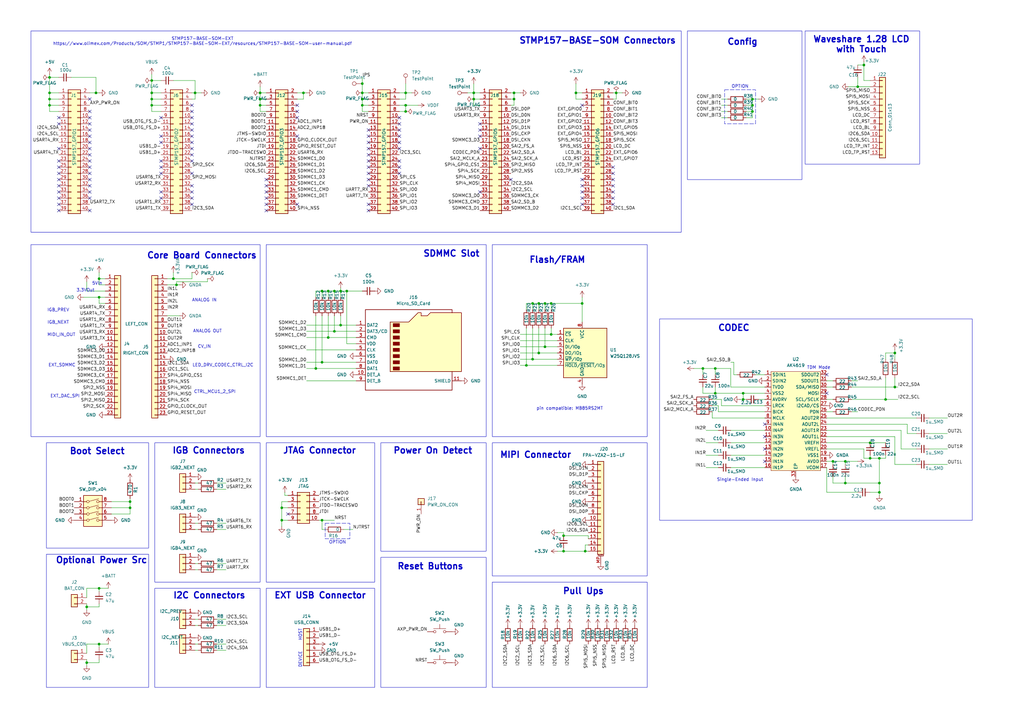
<source format=kicad_sch>
(kicad_sch (version 20250114) (generator "eeschema") (generator_version "9.0")
  (paper "A3")
  (lib_symbols
    (symbol "AK4619:AK4619"
      (property "Reference" "U" (at 0 23.368 0))
      (property "Value" "AK4619" (at -0.254 21.336 0))
      (symbol "AK4619_1_1"
        (pin input line (at -12.7 19.05 0) (length 2.54) (name "SDIN1") (number "1"))
        (pin input line (at -12.7 16.51 0) (length 2.54) (name "SDIN2") (number "2"))
        (pin power_in line (at -12.7 13.97 0) (length 2.54) (name "TVDD") (number "3"))
        (pin power_in line (at -12.7 11.43 0) (length 2.54) (name "VSS2") (number "4"))
        (pin output line (at -12.7 8.89 0) (length 2.54) (name "AVDRV") (number "5"))
        (pin input line (at -12.7 6.35 0) (length 2.54) (name "LRCK") (number "6"))
        (pin input line (at -12.7 3.81 0) (length 2.54) (name "BICK") (number "7"))
        (pin input line (at -12.7 1.27 0) (length 2.54) (name "MCLK") (number "8"))
        (pin input line (at -12.7 -1.27 0) (length 2.54) (name "IN4N") (number "9"))
        (pin input line (at -12.7 -3.81 0) (length 2.54) (name "IN4P") (number "10"))
        (pin input line (at -12.7 -6.35 0) (length 2.54) (name "IN3N") (number "11"))
        (pin input line (at -12.7 -8.89 0) (length 2.54) (name "IN3P") (number "12"))
        (pin input line (at -12.7 -11.43 0) (length 2.54) (name "IN2N") (number "13"))
        (pin input line (at -12.7 -13.97 0) (length 2.54) (name "IN2P") (number "14"))
        (pin input line (at -12.7 -16.51 0) (length 2.54) (name "IN1N") (number "15"))
        (pin input line (at -12.7 -19.05 0) (length 2.54) (name "IN1P") (number "16"))
        (pin passive line (at 0 -22.86 90) (length 2.54) (name "EP") (number "33"))
        (pin output line (at 12.7 19.05 180) (length 2.54) (name "SDOUT2") (number "32"))
        (pin output line (at 12.7 16.51 180) (length 2.54) (name "SDOUT1") (number "31"))
        (pin bidirectional line (at 12.7 13.97 180) (length 2.54) (name "SDA/MISO") (number "30"))
        (pin input line (at 12.7 11.43 180) (length 2.54) (name "MOSI") (number "29"))
        (pin input line (at 12.7 8.89 180) (length 2.54) (name "SCL/SCLK") (number "28"))
        (pin input line (at 12.7 6.35 180) (length 2.54) (name "I2CAD/CS") (number "27"))
        (pin input line (at 12.7 3.81 180) (length 2.54) (name "PDN") (number "26"))
        (pin output line (at 12.7 1.27 180) (length 2.54) (name "AOUT2R") (number "25"))
        (pin output line (at 12.7 -1.27 180) (length 2.54) (name "AOUT2L") (number "24"))
        (pin output line (at 12.7 -3.81 180) (length 2.54) (name "AOUT1R") (number "23"))
        (pin output line (at 12.7 -6.35 180) (length 2.54) (name "AOUT1L") (number "22"))
        (pin input line (at 12.7 -8.89 180) (length 2.54) (name "VREFH") (number "21"))
        (pin input line (at 12.7 -11.43 180) (length 2.54) (name "VREFL") (number "20"))
        (pin power_in line (at 12.7 -13.97 180) (length 2.54) (name "VSS1") (number "19"))
        (pin power_in line (at 12.7 -16.51 180) (length 2.54) (name "AVDD") (number "18"))
        (pin output line (at 12.7 -19.05 180) (length 2.54) (name "VCOM") (number "17"))
      )
    )
    (symbol "Connector:Micro_SD_Card_Det2"
      (property "Reference" "J" (at -16.51 17.78 0))
      (property "Value" "Micro_SD_Card_Det2" (at 16.51 17.78 0))
      (symbol "Micro_SD_Card_Det2_1_1"
        (pin bidirectional line (at -22.86 10.16 0) (length 3.81) (name "DAT2") (number "1"))
        (pin bidirectional line (at -22.86 7.62 0) (length 3.81) (name "DAT3/CD") (number "2"))
        (pin input line (at -22.86 5.08 0) (length 3.81) (name "CMD") (number "3"))
        (pin power_in line (at -22.86 2.54 0) (length 3.81) (name "VDD") (number "4"))
        (pin input line (at -22.86 0 0) (length 3.81) (name "CLK") (number "5"))
        (pin power_in line (at -22.86 -2.54 0) (length 3.81) (name "VSS") (number "6"))
        (pin bidirectional line (at -22.86 -5.08 0) (length 3.81) (name "DAT0") (number "7"))
        (pin bidirectional line (at -22.86 -7.62 0) (length 3.81) (name "DAT1") (number "8"))
        (pin passive line (at -22.86 -10.16 0) (length 3.81) (name "DET_A") (number "10"))
        (pin passive line (at -22.86 -12.7 0) (length 3.81) (name "DET_B") (number "9"))
        (pin passive line (at 20.32 -12.7 180) (length 3.81) (name "SHIELD") (number "11"))
      )
    )
    (symbol "Connector:TestPoint" (pin_numbers (hide yes)) (pin_names (offset 0.762) (hide yes))
      (property "Reference" "TP" (at 0 6.858 0))
      (property "Value" "TestPoint" (at 0 5.08 0))
      (symbol "TestPoint_1_1"
        (pin passive line (at 0 0 90) (length 2.54) (name "1") (number "1"))
      )
    )
    (symbol "Connector_Generic:Conn_01x01" (pin_names (offset 1.016) (hide yes))
      (property "Reference" "J" (at 0 2.54 0))
      (property "Value" "Conn_01x01" (at 0 -2.54 0))
      (symbol "Conn_01x01_1_1"
        (pin passive line (at -5.08 0 0) (length 3.81) (name "Pin_1") (number "1"))
      )
    )
    (symbol "Connector_Generic:Conn_01x02" (pin_names (offset 1.016) (hide yes))
      (property "Reference" "J" (at 0 2.54 0))
      (property "Value" "Conn_01x02" (at 0 -5.08 0))
      (symbol "Conn_01x02_1_1"
        (pin passive line (at -5.08 0 0) (length 3.81) (name "Pin_1") (number "1"))
        (pin passive line (at -5.08 -2.54 0) (length 3.81) (name "Pin_2") (number "2"))
      )
    )
    (symbol "Connector_Generic:Conn_01x03" (pin_names (offset 1.016) (hide yes))
      (property "Reference" "J" (at 0 5.08 0))
      (property "Value" "Conn_01x03" (at 0 -5.08 0))
      (symbol "Conn_01x03_1_1"
        (pin passive line (at -5.08 2.54 0) (length 3.81) (name "Pin_1") (number "1"))
        (pin passive line (at -5.08 0 0) (length 3.81) (name "Pin_2") (number "2"))
        (pin passive line (at -5.08 -2.54 0) (length 3.81) (name "Pin_3") (number "3"))
      )
    )
    (symbol "Connector_Generic:Conn_01x06" (pin_names (offset 1.016) (hide yes))
      (property "Reference" "J" (at 0 7.62 0))
      (property "Value" "Conn_01x06" (at 0 -10.16 0))
      (symbol "Conn_01x06_1_1"
        (pin passive line (at -5.08 5.08 0) (length 3.81) (name "Pin_1") (number "1"))
        (pin passive line (at -5.08 2.54 0) (length 3.81) (name "Pin_2") (number "2"))
        (pin passive line (at -5.08 0 0) (length 3.81) (name "Pin_3") (number "3"))
        (pin passive line (at -5.08 -2.54 0) (length 3.81) (name "Pin_4") (number "4"))
        (pin passive line (at -5.08 -5.08 0) (length 3.81) (name "Pin_5") (number "5"))
        (pin passive line (at -5.08 -7.62 0) (length 3.81) (name "Pin_6") (number "6"))
      )
    )
    (symbol "Connector_Generic:Conn_01x13" (pin_names (offset 1.016) (hide yes))
      (property "Reference" "J" (at 0 17.78 0))
      (property "Value" "Conn_01x13" (at 0 -17.78 0))
      (symbol "Conn_01x13_1_1"
        (pin passive line (at -5.08 15.24 0) (length 3.81) (name "Pin_1") (number "1"))
        (pin passive line (at -5.08 12.7 0) (length 3.81) (name "Pin_2") (number "2"))
        (pin passive line (at -5.08 10.16 0) (length 3.81) (name "Pin_3") (number "3"))
        (pin passive line (at -5.08 7.62 0) (length 3.81) (name "Pin_4") (number "4"))
        (pin passive line (at -5.08 5.08 0) (length 3.81) (name "Pin_5") (number "5"))
        (pin passive line (at -5.08 2.54 0) (length 3.81) (name "Pin_6") (number "6"))
        (pin passive line (at -5.08 0 0) (length 3.81) (name "Pin_7") (number "7"))
        (pin passive line (at -5.08 -2.54 0) (length 3.81) (name "Pin_8") (number "8"))
        (pin passive line (at -5.08 -5.08 0) (length 3.81) (name "Pin_9") (number "9"))
        (pin passive line (at -5.08 -7.62 0) (length 3.81) (name "Pin_10") (number "10"))
        (pin passive line (at -5.08 -10.16 0) (length 3.81) (name "Pin_11") (number "11"))
        (pin passive line (at -5.08 -12.7 0) (length 3.81) (name "Pin_12") (number "12"))
        (pin passive line (at -5.08 -15.24 0) (length 3.81) (name "Pin_13") (number "13"))
      )
    )
    (symbol "Connector_Generic:Conn_01x23" (pin_names (offset 1.016) (hide yes))
      (property "Reference" "J" (at 0 30.48 0))
      (property "Value" "Conn_01x23" (at 0 -30.48 0))
      (symbol "Conn_01x23_1_1"
        (pin passive line (at -5.08 27.94 0) (length 3.81) (name "Pin_1") (number "1"))
        (pin passive line (at -5.08 25.4 0) (length 3.81) (name "Pin_2") (number "2"))
        (pin passive line (at -5.08 22.86 0) (length 3.81) (name "Pin_3") (number "3"))
        (pin passive line (at -5.08 20.32 0) (length 3.81) (name "Pin_4") (number "4"))
        (pin passive line (at -5.08 17.78 0) (length 3.81) (name "Pin_5") (number "5"))
        (pin passive line (at -5.08 15.24 0) (length 3.81) (name "Pin_6") (number "6"))
        (pin passive line (at -5.08 12.7 0) (length 3.81) (name "Pin_7") (number "7"))
        (pin passive line (at -5.08 10.16 0) (length 3.81) (name "Pin_8") (number "8"))
        (pin passive line (at -5.08 7.62 0) (length 3.81) (name "Pin_9") (number "9"))
        (pin passive line (at -5.08 5.08 0) (length 3.81) (name "Pin_10") (number "10"))
        (pin passive line (at -5.08 2.54 0) (length 3.81) (name "Pin_11") (number "11"))
        (pin passive line (at -5.08 0 0) (length 3.81) (name "Pin_12") (number "12"))
        (pin passive line (at -5.08 -2.54 0) (length 3.81) (name "Pin_13") (number "13"))
        (pin passive line (at -5.08 -5.08 0) (length 3.81) (name "Pin_14") (number "14"))
        (pin passive line (at -5.08 -7.62 0) (length 3.81) (name "Pin_15") (number "15"))
        (pin passive line (at -5.08 -10.16 0) (length 3.81) (name "Pin_16") (number "16"))
        (pin passive line (at -5.08 -12.7 0) (length 3.81) (name "Pin_17") (number "17"))
        (pin passive line (at -5.08 -15.24 0) (length 3.81) (name "Pin_18") (number "18"))
        (pin passive line (at -5.08 -17.78 0) (length 3.81) (name "Pin_19") (number "19"))
        (pin passive line (at -5.08 -20.32 0) (length 3.81) (name "Pin_20") (number "20"))
        (pin passive line (at -5.08 -22.86 0) (length 3.81) (name "Pin_21") (number "21"))
        (pin passive line (at -5.08 -25.4 0) (length 3.81) (name "Pin_22") (number "22"))
        (pin passive line (at -5.08 -27.94 0) (length 3.81) (name "Pin_23") (number "23"))
      )
    )
    (symbol "Connector_Generic:Conn_02x05_Odd_Even" (pin_names (offset 1.016) (hide yes))
      (property "Reference" "J" (at 1.27 7.62 0))
      (property "Value" "Conn_02x05_Odd_Even" (at 1.27 -7.62 0))
      (symbol "Conn_02x05_Odd_Even_1_1"
        (pin passive line (at -5.08 5.08 0) (length 3.81) (name "Pin_1") (number "1"))
        (pin passive line (at -5.08 2.54 0) (length 3.81) (name "Pin_3") (number "3"))
        (pin passive line (at -5.08 0 0) (length 3.81) (name "Pin_5") (number "5"))
        (pin passive line (at -5.08 -2.54 0) (length 3.81) (name "Pin_7") (number "7"))
        (pin passive line (at -5.08 -5.08 0) (length 3.81) (name "Pin_9") (number "9"))
        (pin passive line (at 7.62 5.08 180) (length 3.81) (name "Pin_2") (number "2"))
        (pin passive line (at 7.62 2.54 180) (length 3.81) (name "Pin_4") (number "4"))
        (pin passive line (at 7.62 0 180) (length 3.81) (name "Pin_6") (number "6"))
        (pin passive line (at 7.62 -2.54 180) (length 3.81) (name "Pin_8") (number "8"))
        (pin passive line (at 7.62 -5.08 180) (length 3.81) (name "Pin_10") (number "10"))
      )
    )
    (symbol "Connector_Generic:Conn_02x20_Odd_Even" (pin_names (offset 1.016) (hide yes))
      (property "Reference" "J" (at 1.27 25.4 0))
      (property "Value" "Conn_02x20_Odd_Even" (at 1.27 -27.94 0))
      (symbol "Conn_02x20_Odd_Even_1_1"
        (pin passive line (at -5.08 22.86 0) (length 3.81) (name "Pin_1") (number "1"))
        (pin passive line (at -5.08 20.32 0) (length 3.81) (name "Pin_3") (number "3"))
        (pin passive line (at -5.08 17.78 0) (length 3.81) (name "Pin_5") (number "5"))
        (pin passive line (at -5.08 15.24 0) (length 3.81) (name "Pin_7") (number "7"))
        (pin passive line (at -5.08 12.7 0) (length 3.81) (name "Pin_9") (number "9"))
        (pin passive line (at -5.08 10.16 0) (length 3.81) (name "Pin_11") (number "11"))
        (pin passive line (at -5.08 7.62 0) (length 3.81) (name "Pin_13") (number "13"))
        (pin passive line (at -5.08 5.08 0) (length 3.81) (name "Pin_15") (number "15"))
        (pin passive line (at -5.08 2.54 0) (length 3.81) (name "Pin_17") (number "17"))
        (pin passive line (at -5.08 0 0) (length 3.81) (name "Pin_19") (number "19"))
        (pin passive line (at -5.08 -2.54 0) (length 3.81) (name "Pin_21") (number "21"))
        (pin passive line (at -5.08 -5.08 0) (length 3.81) (name "Pin_23") (number "23"))
        (pin passive line (at -5.08 -7.62 0) (length 3.81) (name "Pin_25") (number "25"))
        (pin passive line (at -5.08 -10.16 0) (length 3.81) (name "Pin_27") (number "27"))
        (pin passive line (at -5.08 -12.7 0) (length 3.81) (name "Pin_29") (number "29"))
        (pin passive line (at -5.08 -15.24 0) (length 3.81) (name "Pin_31") (number "31"))
        (pin passive line (at -5.08 -17.78 0) (length 3.81) (name "Pin_33") (number "33"))
        (pin passive line (at -5.08 -20.32 0) (length 3.81) (name "Pin_35") (number "35"))
        (pin passive line (at -5.08 -22.86 0) (length 3.81) (name "Pin_37") (number "37"))
        (pin passive line (at -5.08 -25.4 0) (length 3.81) (name "Pin_39") (number "39"))
        (pin passive line (at 7.62 22.86 180) (length 3.81) (name "Pin_2") (number "2"))
        (pin passive line (at 7.62 20.32 180) (length 3.81) (name "Pin_4") (number "4"))
        (pin passive line (at 7.62 17.78 180) (length 3.81) (name "Pin_6") (number "6"))
        (pin passive line (at 7.62 15.24 180) (length 3.81) (name "Pin_8") (number "8"))
        (pin passive line (at 7.62 12.7 180) (length 3.81) (name "Pin_10") (number "10"))
        (pin passive line (at 7.62 10.16 180) (length 3.81) (name "Pin_12") (number "12"))
        (pin passive line (at 7.62 7.62 180) (length 3.81) (name "Pin_14") (number "14"))
        (pin passive line (at 7.62 5.08 180) (length 3.81) (name "Pin_16") (number "16"))
        (pin passive line (at 7.62 2.54 180) (length 3.81) (name "Pin_18") (number "18"))
        (pin passive line (at 7.62 0 180) (length 3.81) (name "Pin_20") (number "20"))
        (pin passive line (at 7.62 -2.54 180) (length 3.81) (name "Pin_22") (number "22"))
        (pin passive line (at 7.62 -5.08 180) (length 3.81) (name "Pin_24") (number "24"))
        (pin passive line (at 7.62 -7.62 180) (length 3.81) (name "Pin_26") (number "26"))
        (pin passive line (at 7.62 -10.16 180) (length 3.81) (name "Pin_28") (number "28"))
        (pin passive line (at 7.62 -12.7 180) (length 3.81) (name "Pin_30") (number "30"))
        (pin passive line (at 7.62 -15.24 180) (length 3.81) (name "Pin_32") (number "32"))
        (pin passive line (at 7.62 -17.78 180) (length 3.81) (name "Pin_34") (number "34"))
        (pin passive line (at 7.62 -20.32 180) (length 3.81) (name "Pin_36") (number "36"))
        (pin passive line (at 7.62 -22.86 180) (length 3.81) (name "Pin_38") (number "38"))
        (pin passive line (at 7.62 -25.4 180) (length 3.81) (name "Pin_40") (number "40"))
      )
    )
    (symbol "Connector_Generic_MountingPin:Conn_01x15_MountingPin" (pin_names (offset 1.016) (hide yes))
      (property "Reference" "J" (at 0 20.32 0))
      (property "Value" "Conn_01x15_MountingPin" (at 1.27 -20.32 0))
      (symbol "Conn_01x15_MountingPin_1_1"
        (text "Mounting" (at 0 -19.431 0) (effects (font (size 0.381 0.381))))
        (pin passive line (at -5.08 17.78 0) (length 3.81) (name "Pin_1") (number "1"))
        (pin passive line (at -5.08 15.24 0) (length 3.81) (name "Pin_2") (number "2"))
        (pin passive line (at -5.08 12.7 0) (length 3.81) (name "Pin_3") (number "3"))
        (pin passive line (at -5.08 10.16 0) (length 3.81) (name "Pin_4") (number "4"))
        (pin passive line (at -5.08 7.62 0) (length 3.81) (name "Pin_5") (number "5"))
        (pin passive line (at -5.08 5.08 0) (length 3.81) (name "Pin_6") (number "6"))
        (pin passive line (at -5.08 2.54 0) (length 3.81) (name "Pin_7") (number "7"))
        (pin passive line (at -5.08 0 0) (length 3.81) (name "Pin_8") (number "8"))
        (pin passive line (at -5.08 -2.54 0) (length 3.81) (name "Pin_9") (number "9"))
        (pin passive line (at -5.08 -5.08 0) (length 3.81) (name "Pin_10") (number "10"))
        (pin passive line (at -5.08 -7.62 0) (length 3.81) (name "Pin_11") (number "11"))
        (pin passive line (at -5.08 -10.16 0) (length 3.81) (name "Pin_12") (number "12"))
        (pin passive line (at -5.08 -12.7 0) (length 3.81) (name "Pin_13") (number "13"))
        (pin passive line (at -5.08 -15.24 0) (length 3.81) (name "Pin_14") (number "14"))
        (pin passive line (at -5.08 -17.78 0) (length 3.81) (name "Pin_15") (number "15"))
        (pin passive line (at 0 -22.86 90) (length 3.048) (name "MountPin") (number "MP"))
      )
    )
    (symbol "Device:C_Small" (pin_numbers (hide yes)) (pin_names (offset 0.254) (hide yes))
      (property "Reference" "C" (at 0.254 1.778 0))
      (property "Value" "C_Small" (at 0.254 -2.032 0))
      (symbol "C_Small_1_1"
        (pin passive line (at 0 2.54 270) (length 2.032) (name "~") (number "1"))
        (pin passive line (at 0 -2.54 90) (length 2.032) (name "~") (number "2"))
      )
    )
    (symbol "Device:R" (pin_numbers (hide yes)) (pin_names (offset 0))
      (property "Reference" "R" (at 2.032 0 90))
      (property "Value" "R" (at 0 0 90))
      (symbol "R_1_1"
        (pin passive line (at 0 3.81 270) (length 1.27) (name "~") (number "1"))
        (pin passive line (at 0 -3.81 90) (length 1.27) (name "~") (number "2"))
      )
    )
    (symbol "Memory_Flash:W25Q128JVS"
      (property "Reference" "U" (at -6.35 11.43 0))
      (property "Value" "W25Q128JVS" (at 7.62 11.43 0))
      (symbol "W25Q128JVS_1_1"
        (pin input line (at -10.16 7.62 0) (length 2.54) (name "~{CS}") (number "1"))
        (pin input line (at -10.16 5.08 0) (length 2.54) (name "CLK") (number "6"))
        (pin bidirectional line (at -10.16 2.54 0) (length 2.54) (name "DI/IO_{0}") (number "5"))
        (pin bidirectional line (at -10.16 0 0) (length 2.54) (name "DO/IO_{1}") (number "2"))
        (pin bidirectional line (at -10.16 -2.54 0) (length 2.54) (name "~{WP}/IO_{2}") (number "3"))
        (pin bidirectional line (at -10.16 -5.08 0) (length 2.54) (name "~{HOLD}/~{RESET}/IO_{3}") (number "7"))
        (pin power_in line (at 0 12.7 270) (length 2.54) (name "VCC") (number "8"))
        (pin power_in line (at 0 -12.7 90) (length 2.54) (name "GND") (number "4"))
      )
    )
    (symbol "Switch:SW_DIP_x04" (pin_names (offset 0) (hide yes))
      (property "Reference" "SW" (at 0 8.89 0))
      (property "Value" "SW_DIP_x04" (at 0 -6.35 0))
      (symbol "SW_DIP_x04_1_1"
        (pin passive line (at -7.62 5.08 0) (length 5.08) (name "~") (number "1"))
        (pin passive line (at -7.62 2.54 0) (length 5.08) (name "~") (number "2"))
        (pin passive line (at -7.62 0 0) (length 5.08) (name "~") (number "3"))
        (pin passive line (at -7.62 -2.54 0) (length 5.08) (name "~") (number "4"))
        (pin passive line (at 7.62 5.08 180) (length 5.08) (name "~") (number "8"))
        (pin passive line (at 7.62 2.54 180) (length 5.08) (name "~") (number "7"))
        (pin passive line (at 7.62 0 180) (length 5.08) (name "~") (number "6"))
        (pin passive line (at 7.62 -2.54 180) (length 5.08) (name "~") (number "5"))
      )
    )
    (symbol "Switch:SW_Push" (pin_numbers (hide yes)) (pin_names (offset 1.016) (hide yes))
      (property "Reference" "SW" (at 1.27 2.54 0))
      (property "Value" "SW_Push" (at 0 -1.524 0))
      (symbol "SW_Push_0_1"
        (pin passive line (at -5.08 0 0) (length 2.54) (name "1") (number "1"))
        (pin passive line (at 5.08 0 180) (length 2.54) (name "2") (number "2"))
      )
    )
    (symbol "power:+3.3V" (power) (pin_numbers (hide yes)) (pin_names (offset 0) (hide yes))
      (property "Value" "+3.3V" (at 0 3.556 0))
      (symbol "+3.3V_1_1"
        (pin power_in line (at 0 0 90) (length 0) (name "~") (number "1"))
      )
    )
    (symbol "power:+3.3VA" (power) (pin_numbers (hide yes)) (pin_names (offset 0) (hide yes))
      (property "Value" "+3.3VA" (at 0 3.556 0))
      (symbol "+3.3VA_1_1"
        (pin power_in line (at 0 0 90) (length 0) (name "~") (number "1"))
      )
    )
    (symbol "power:+5V" (power) (pin_numbers (hide yes)) (pin_names (offset 0) (hide yes))
      (property "Value" "+5V" (at 0 3.556 0))
      (symbol "+5V_1_1"
        (pin power_in line (at 0 0 90) (length 0) (name "~") (number "1"))
      )
    )
    (symbol "power:+BATT" (power) (pin_numbers (hide yes)) (pin_names (offset 0) (hide yes))
      (property "Value" "+BATT" (at 0 3.556 0))
      (symbol "+BATT_1_1"
        (pin power_in line (at 0 0 90) (length 0) (name "~") (number "1"))
      )
    )
    (symbol "power:GND" (power) (pin_numbers (hide yes)) (pin_names (offset 0) (hide yes))
      (property "Value" "GND" (at 0 -3.81 0))
      (symbol "GND_1_1"
        (pin power_in line (at 0 0 270) (length 0) (name "~") (number "1"))
      )
    )
    (symbol "power:GNDA" (power) (pin_numbers (hide yes)) (pin_names (offset 0) (hide yes))
      (property "Value" "GNDA" (at 0 -3.81 0))
      (symbol "GNDA_1_1"
        (pin power_in line (at 0 0 270) (length 0) (name "~") (number "1"))
      )
    )
    (symbol "power:PWR_FLAG" (power) (pin_numbers (hide yes)) (pin_names (offset 0) (hide yes))
      (property "Value" "PWR_FLAG" (at 0 3.81 0))
      (symbol "PWR_FLAG_0_0"
        (pin power_out line (at 0 0 90) (length 0) (name "~") (number "1"))
      )
    )
    (symbol "power:VBUS" (power) (pin_numbers (hide yes)) (pin_names (offset 0) (hide yes))
      (property "Value" "VBUS" (at 0 3.556 0))
      (symbol "VBUS_1_1"
        (pin power_in line (at 0 0 90) (length 0) (name "~") (number "1"))
      )
    )
    (symbol "power:VDDF" (power) (pin_numbers (hide yes)) (pin_names (offset 0) (hide yes))
      (property "Value" "VDDF" (at 0 3.556 0))
      (symbol "VDDF_1_1"
        (pin power_in line (at 0 0 90) (length 0) (name "~") (number "1"))
      )
    )
  )
  (rectangle (start 201.93 100.33) (end 265.43 179.07))
  (rectangle (start 297.18 36.83) (end 309.88 50.8) (stroke (width 0) (type dash)))
  (rectangle (start 19.05 181.61) (end 60.96 224.79))
  (rectangle (start 19.05 227.33) (end 60.96 281.94))
  (rectangle (start 109.22 100.33) (end 199.39 179.07))
  (rectangle (start 12.7 100.33) (end 106.68 179.07))
  (rectangle (start 63.5 181.61) (end 106.68 238.76))
  (rectangle (start 270.51 130.81) (end 398.78 213.36))
  (rectangle (start 281.94 12.7) (end 328.93 73.66))
  (rectangle (start 201.93 181.61) (end 265.43 236.22))
  (rectangle (start 12.7 12.7) (end 279.4 95.25))
  (rectangle (start 109.22 241.3) (end 153.67 281.94))
  (rectangle (start 330.2 12.7) (end 377.19 67.31))
  (rectangle (start 63.5 241.3) (end 106.68 281.94))
  (rectangle (start 109.22 181.61) (end 153.67 238.76))
  (rectangle (start 156.21 181.61) (end 199.39 226.06))
  (rectangle (start 201.93 238.76) (end 265.43 281.94))
  (rectangle (start 133.35 214.63) (end 143.51 220.98) (stroke (width 0) (type dash)))
  (rectangle (start 156.21 228.6) (end 199.39 281.94))
  (text "STMP157-BASE-SOM-EXT\nhttps://www.olimex.com/Products/SOM/STMP1/STMP157-BASE-SOM-EXT/resources/STMP157-BASE-SOM-user-manual.pdf" (at 83.058 17.018 0) (effects (font (size 1.27 1.27))))
  (text "Single-Ended Input" (at 303.53 196.85 0) (effects (font (size 1.27 1.27))))
  (text "Boot Select" (at 39.878 185.166 0) (effects (font (size 2.54 2.54) (thickness 0.508) (bold yes))))
  (text "3.3VOut" (at 35.052 119.126 0) (effects (font (size 1.27 1.27))))
  (text "Reset Buttons" (at 176.53 232.41 0) (effects (font (size 2.54 2.54) (thickness 0.508) (bold yes))))
  (text "CV_IN" (at 83.82 142.24 0) (effects (font (size 1.27 1.27))))
  (text "JTAG Connector" (at 131.064 184.912 0) (effects (font (size 2.54 2.54) (thickness 0.508) (bold yes))))
  (text "IGB_PREV" (at 23.876 127.254 0) (effects (font (size 1.27 1.27))))
  (text "Optional Power Src" (at 41.656 229.87 0) (effects (font (size 2.54 2.54) (thickness 0.508) (bold yes))))
  (text "LED_DRV_CODEC_CTRL_I2C" (at 91.44 149.86 0) (effects (font (size 1.27 1.27))))
  (text "EXT_DAC_SPI" (at 26.67 162.56 0) (effects (font (size 1.27 1.27))))
  (text "Core Board Connectors" (at 82.804 104.902 0) (effects (font (size 2.54 2.54) (thickness 0.508) (bold yes))))
  (text "I2C Connectors" (at 85.852 244.348 0) (effects (font (size 2.54 2.54) (thickness 0.508) (bold yes))))
  (text "CODEC" (at 300.99 134.62 0) (effects (font (size 2.54 2.54) (thickness 0.508) (bold yes))))
  (text "IGB Connectors" (at 85.598 184.912 0) (effects (font (size 2.54 2.54) (thickness 0.508) (bold yes))))
  (text "EXT USB Connector" (at 131.318 244.348 0) (effects (font (size 2.54 2.54) (thickness 0.508) (bold yes))))
  (text "CTRL_MCU1_2_SPI" (at 88.138 160.782 0) (effects (font (size 1.27 1.27))))
  (text "Flash/FRAM" (at 228.6 106.68 0) (effects (font (size 2.54 2.54) (thickness 0.508) (bold yes))))
  (text "HOST" (at 123.19 260.35 90) (effects (font (size 1.27 1.27))))
  (text "ANALOG OUT" (at 85.09 135.89 0) (effects (font (size 1.27 1.27))))
  (text "OPTION" (at 303.53 35.56 0) (effects (font (size 1.27 1.27))))
  (text "Power On Detect" (at 177.546 184.912 0) (effects (font (size 2.54 2.54) (thickness 0.508) (bold yes))))
  (text "MIPI Connector" (at 219.71 186.69 0) (effects (font (size 2.54 2.54) (thickness 0.508) (bold yes))))
  (text "MIDI_IN_OUT" (at 25.146 137.414 0) (effects (font (size 1.27 1.27))))
  (text "Config" (at 304.546 17.272 0) (effects (font (size 2.54 2.54) (thickness 0.508) (bold yes))))
  (text "STMP157-BASE-SOM Connectors" (at 245.11 16.764 0) (effects (font (size 2.54 2.54) (thickness 0.508) (bold yes))))
  (text "IGB_NEXT" (at 23.876 132.334 0) (effects (font (size 1.27 1.27))))
  (text "pin compatible: MB85RS2MT" (at 233.68 167.64 0) (effects (font (size 1.27 1.27))))
  (text "EXT_SDMMC" (at 25.4 149.86 0) (effects (font (size 1.27 1.27))))
  (text "SDMMC Slot" (at 185.166 104.14 0) (effects (font (size 2.54 2.54) (thickness 0.508) (bold yes))))
  (text "OPTION" (at 138.43 222.504 0) (effects (font (size 1.27 1.27))))
  (text "Waveshare 1.28 LCD\nwith Touch" (at 353.314 18.288 0) (effects (font (size 2.54 2.54) (thickness 0.508) (bold yes))))
  (text "5VIn" (at 39.878 116.332 0) (effects (font (size 1.27 1.27))))
  (text "Pull Ups" (at 239.268 242.57 0) (effects (font (size 2.54 2.54) (thickness 0.508) (bold yes))))
  (text "TDM Mode" (at 335.788 150.876 0) (effects (font (size 1.27 1.27))))
  (text "DEVICE" (at 123.19 270.51 90) (effects (font (size 1.27 1.27))))
  (text "ANALOG IN" (at 83.82 123.19 0) (effects (font (size 1.27 1.27))))
  (junction (at 148.59 38.1))
  (junction (at 351.79 35.56))
  (junction (at 220.98 124.46))
  (junction (at 166.37 43.18))
  (junction (at 356.87 187.96))
  (junction (at 35.56 248.92))
  (junction (at 20.32 38.1))
  (junction (at 288.29 151.13))
  (junction (at 148.59 34.29))
  (junction (at 132.08 213.36))
  (junction (at 62.23 38.1))
  (junction (at 360.68 187.96))
  (junction (at 367.03 158.75))
  (junction (at 53.34 208.28))
  (junction (at 80.01 38.1))
  (junction (at 308.61 45.72))
  (junction (at 106.68 43.18))
  (junction (at 210.82 38.1))
  (junction (at 137.16 135.89))
  (junction (at 166.37 45.72))
  (junction (at 194.31 40.64))
  (junction (at 346.71 198.12))
  (junction (at 356.87 181.61))
  (junction (at 40.64 121.92))
  (junction (at 354.33 26.67))
  (junction (at 39.37 38.1))
  (junction (at 115.57 208.28))
  (junction (at 53.34 205.74))
  (junction (at 40.64 114.3))
  (junction (at 132.08 119.38))
  (junction (at 62.23 40.64))
  (junction (at 115.57 213.36))
  (junction (at 210.82 40.64))
  (junction (at 20.32 43.18))
  (junction (at 215.9 149.86))
  (junction (at 223.52 124.46))
  (junction (at 142.24 119.38))
  (junction (at 231.14 226.06))
  (junction (at 231.14 219.71))
  (junction (at 71.12 114.3))
  (junction (at 106.68 38.1))
  (junction (at 72.39 116.84))
  (junction (at 132.08 148.59))
  (junction (at 293.37 161.29))
  (junction (at 62.23 33.02))
  (junction (at 106.68 40.64))
  (junction (at 134.62 119.38))
  (junction (at 148.59 40.64))
  (junction (at 20.32 40.64))
  (junction (at 220.98 144.78))
  (junction (at 360.68 201.93))
  (junction (at 304.8 163.83))
  (junction (at 218.44 124.46))
  (junction (at 308.61 43.18))
  (junction (at 308.61 40.64))
  (junction (at 360.68 198.12))
  (junction (at 346.71 189.23))
  (junction (at 20.32 31.75))
  (junction (at 40.64 264.16))
  (junction (at 240.03 226.06))
  (junction (at 363.22 163.83))
  (junction (at 137.16 119.38))
  (junction (at 223.52 142.24))
  (junction (at 166.37 38.1))
  (junction (at 139.7 133.35))
  (junction (at 293.37 151.13))
  (junction (at 226.06 137.16))
  (junction (at 226.06 124.46))
  (junction (at 236.22 38.1))
  (junction (at 252.73 38.1))
  (junction (at 341.63 189.23))
  (junction (at 304.8 161.29))
  (junction (at 62.23 43.18))
  (junction (at 129.54 151.13))
  (junction (at 139.7 119.38))
  (junction (at 194.31 38.1))
  (junction (at 35.56 271.78))
  (junction (at 124.46 38.1))
  (junction (at 40.64 241.3))
  (junction (at 367.03 144.78))
  (junction (at 134.62 138.43))
  (junction (at 238.76 124.46))
  (junction (at 218.44 147.32))
  (junction (at 148.59 43.18))
  (no_connect (at 109.22 73.66))
  (no_connect (at 24.13 73.66))
  (no_connect (at 151.13 76.2))
  (no_connect (at 238.76 81.28))
  (no_connect (at 251.46 68.58))
  (no_connect (at 24.13 68.58))
  (no_connect (at 78.74 50.8))
  (no_connect (at 109.22 86.36))
  (no_connect (at 151.13 60.96))
  (no_connect (at 66.04 58.42))
  (no_connect (at 251.46 78.74))
  (no_connect (at 36.83 50.8))
  (no_connect (at 109.22 78.74))
  (no_connect (at 151.13 73.66))
  (no_connect (at 78.74 58.42))
  (no_connect (at 36.83 76.2))
  (no_connect (at 121.92 55.88))
  (no_connect (at 36.83 45.72))
  (no_connect (at 151.13 58.42))
  (no_connect (at 163.83 50.8))
  (no_connect (at 339.09 161.29))
  (no_connect (at 151.13 66.04))
  (no_connect (at 36.83 48.26))
  (no_connect (at 24.13 86.36))
  (no_connect (at 118.11 210.82))
  (no_connect (at 36.83 60.96))
  (no_connect (at 209.55 73.66))
  (no_connect (at 78.74 71.12))
  (no_connect (at 66.04 68.58))
  (no_connect (at 36.83 66.04))
  (no_connect (at 238.76 78.74))
  (no_connect (at 66.04 81.28))
  (no_connect (at 24.13 78.74))
  (no_connect (at 24.13 81.28))
  (no_connect (at 78.74 78.74))
  (no_connect (at 78.74 81.28))
  (no_connect (at 251.46 71.12))
  (no_connect (at 24.13 83.82))
  (no_connect (at 196.85 55.88))
  (no_connect (at 151.13 71.12))
  (no_connect (at 163.83 68.58))
  (no_connect (at 313.69 173.99))
  (no_connect (at 121.92 83.82))
  (no_connect (at 24.13 76.2))
  (no_connect (at 78.74 63.5))
  (no_connect (at 163.83 53.34))
  (no_connect (at 196.85 53.34))
  (no_connect (at 78.74 60.96))
  (no_connect (at 78.74 55.88))
  (no_connect (at 78.74 53.34))
  (no_connect (at 151.13 83.82))
  (no_connect (at 313.69 184.15))
  (no_connect (at 24.13 71.12))
  (no_connect (at 36.83 68.58))
  (no_connect (at 66.04 66.04))
  (no_connect (at 66.04 55.88))
  (no_connect (at 78.74 43.18))
  (no_connect (at 151.13 68.58))
  (no_connect (at 238.76 83.82))
  (no_connect (at 36.83 71.12))
  (no_connect (at 238.76 43.18))
  (no_connect (at 109.22 76.2))
  (no_connect (at 163.83 55.88))
  (no_connect (at 151.13 63.5))
  (no_connect (at 196.85 50.8))
  (no_connect (at 36.83 55.88))
  (no_connect (at 66.04 48.26))
  (no_connect (at 151.13 55.88))
  (no_connect (at 36.83 73.66))
  (no_connect (at 78.74 83.82))
  (no_connect (at 109.22 81.28))
  (no_connect (at 24.13 66.04))
  (no_connect (at 163.83 48.26))
  (no_connect (at 121.92 48.26))
  (no_connect (at 24.13 48.26))
  (no_connect (at 163.83 60.96))
  (no_connect (at 36.83 63.5))
  (no_connect (at 238.76 76.2))
  (no_connect (at 109.22 83.82))
  (no_connect (at 163.83 66.04))
  (no_connect (at 121.92 45.72))
  (no_connect (at 78.74 66.04))
  (no_connect (at 78.74 48.26))
  (no_connect (at 24.13 50.8))
  (no_connect (at 78.74 45.72))
  (no_connect (at 151.13 53.34))
  (no_connect (at 151.13 86.36))
  (no_connect (at 313.69 179.07))
  (no_connect (at 78.74 76.2))
  (no_connect (at 196.85 78.74))
  (no_connect (at 163.83 58.42))
  (no_connect (at 196.85 60.96))
  (no_connect (at 251.46 81.28))
  (no_connect (at 36.83 40.64))
  (no_connect (at 121.92 43.18))
  (no_connect (at 251.46 83.82))
  (no_connect (at 36.83 81.28))
  (no_connect (at 251.46 76.2))
  (no_connect (at 66.04 78.74))
  (no_connect (at 163.83 71.12))
  (no_connect (at 238.76 73.66))
  (no_connect (at 24.13 60.96))
  (no_connect (at 251.46 73.66))
  (no_connect (at 36.83 58.42))
  (no_connect (at 36.83 78.74))
  (no_connect (at 339.09 153.67))
  (no_connect (at 36.83 53.34))
  (no_connect (at 36.83 86.36))
  (no_connect (at 313.69 189.23))
  (no_connect (at 66.04 71.12))
  (wire (pts (xy 304.8 163.83) (xy 306.07 163.83)))
  (wire (pts (xy 346.71 198.12) (xy 360.68 198.12)))
  (wire (pts (xy 148.59 38.1) (xy 148.59 40.64)))
  (wire (pts (xy 213.36 144.78) (xy 220.98 144.78)))
  (wire (pts (xy 125.73 138.43) (xy 134.62 138.43)))
  (wire (pts (xy 231.14 218.44) (xy 231.14 219.71)))
  (wire (pts (xy 231.14 219.71) (xy 241.3 219.71)))
  (wire (pts (xy 341.63 198.12) (xy 346.71 198.12)))
  (wire (pts (xy 299.72 186.69) (xy 313.69 186.69)))
  (wire (pts (xy 240.03 226.06) (xy 240.03 223.52)))
  (wire (pts (xy 39.37 38.1) (xy 40.64 38.1)))
  (wire (pts (xy 346.71 189.23) (xy 346.71 190.5)))
  (wire (pts (xy 251.46 38.1) (xy 252.73 38.1)))
  (wire (pts (xy 129.54 129.54) (xy 129.54 151.13)))
  (wire (pts (xy 40.64 241.3) (xy 35.56 241.3)))
  (wire (pts (xy 292.1 168.91) (xy 292.1 171.45)))
  (wire (pts (xy 228.6 226.06) (xy 231.14 226.06)))
  (wire (pts (xy 40.64 248.92) (xy 35.56 248.92)))
  (wire (pts (xy 71.12 114.3) (xy 68.58 114.3)))
  (wire (pts (xy 40.64 270.51) (xy 40.64 271.78)))
  (wire (pts (xy 251.46 40.64) (xy 252.73 40.64)))
  (wire (pts (xy 62.23 45.72) (xy 66.04 45.72)))
  (wire (pts (xy 293.37 158.75) (xy 293.37 161.29)))
  (wire (pts (xy 45.72 208.28) (xy 53.34 208.28)))
  (wire (pts (xy 339.09 168.91) (xy 341.63 168.91)))
  (wire (pts (xy 241.3 219.71) (xy 241.3 220.98)))
  (wire (pts (xy 367.03 144.78) (xy 367.03 147.32)))
  (wire (pts (xy 288.29 161.29) (xy 293.37 161.29)))
  (wire (pts (xy 228.6 218.44) (xy 231.14 218.44)))
  (wire (pts (xy 295.91 48.26) (xy 298.45 48.26)))
  (wire (pts (xy 62.23 40.64) (xy 66.04 40.64)))
  (wire (pts (xy 20.32 40.64) (xy 24.13 40.64)))
  (wire (pts (xy 299.72 158.75) (xy 313.69 158.75)))
  (wire (pts (xy 349.25 158.75) (xy 367.03 158.75)))
  (wire (pts (xy 311.15 163.83) (xy 313.69 163.83)))
  (wire (pts (xy 80.01 266.7) (xy 81.28 266.7)))
  (wire (pts (xy 88.9 266.7) (xy 92.71 266.7)))
  (wire (pts (xy 339.09 181.61) (xy 356.87 181.61)))
  (wire (pts (xy 294.64 166.37) (xy 294.64 168.91)))
  (wire (pts (xy 142.24 119.38) (xy 142.24 140.97)))
  (wire (pts (xy 194.31 38.1) (xy 196.85 38.1)))
  (wire (pts (xy 115.57 208.28) (xy 115.57 205.74)))
  (wire (pts (xy 226.06 127) (xy 226.06 124.46)))
  (wire (pts (xy 166.37 38.1) (xy 168.91 38.1)))
  (wire (pts (xy 35.56 270.51) (xy 35.56 271.78)))
  (wire (pts (xy 20.32 43.18) (xy 24.13 43.18)))
  (wire (pts (xy 372.11 177.8) (xy 372.11 173.99)))
  (wire (pts (xy 71.12 33.02) (xy 80.01 33.02)))
  (wire (pts (xy 218.44 134.62) (xy 218.44 147.32)))
  (wire (pts (xy 124.46 38.1) (xy 125.73 38.1)))
  (wire (pts (xy 356.87 201.93) (xy 360.68 201.93)))
  (wire (pts (xy 35.56 241.3) (xy 35.56 245.11)))
  (wire (pts (xy 106.68 43.18) (xy 109.22 43.18)))
  (wire (pts (xy 223.52 124.46) (xy 220.98 124.46)))
  (wire (pts (xy 354.33 25.4) (xy 354.33 26.67)))
  (wire (pts (xy 218.44 124.46) (xy 215.9 124.46)))
  (wire (pts (xy 129.54 151.13) (xy 146.05 151.13)))
  (wire (pts (xy 339.09 179.07) (xy 367.03 179.07)))
  (wire (pts (xy 40.64 121.92) (xy 40.64 124.46)))
  (wire (pts (xy 210.82 40.64) (xy 210.82 38.1)))
  (wire (pts (xy 231.14 226.06) (xy 240.03 226.06)))
  (wire (pts (xy 78.74 111.76) (xy 78.74 114.3)))
  (wire (pts (xy 292.1 166.37) (xy 294.64 166.37)))
  (wire (pts (xy 300.99 148.59) (xy 300.99 153.67)))
  (wire (pts (xy 363.22 187.96) (xy 363.22 186.69)))
  (wire (pts (xy 40.64 264.16) (xy 40.64 265.43)))
  (wire (pts (xy 53.34 210.82) (xy 53.34 208.28)))
  (wire (pts (xy 115.57 213.36) (xy 115.57 208.28)))
  (wire (pts (xy 295.91 45.72) (xy 298.45 45.72)))
  (wire (pts (xy 381 190.5) (xy 388.62 190.5)))
  (wire (pts (xy 220.98 144.78) (xy 228.6 144.78)))
  (wire (pts (xy 293.37 151.13) (xy 299.72 151.13)))
  (wire (pts (xy 288.29 158.75) (xy 288.29 161.29)))
  (wire (pts (xy 299.72 148.59) (xy 300.99 148.59)))
  (wire (pts (xy 40.64 264.16) (xy 35.56 264.16)))
  (wire (pts (xy 115.57 205.74) (xy 118.11 205.74)))
  (wire (pts (xy 306.07 45.72) (xy 308.61 45.72)))
  (wire (pts (xy 142.24 119.38) (xy 148.59 119.38)))
  (wire (pts (xy 354.33 33.02) (xy 356.87 33.02)))
  (wire (pts (xy 354.33 184.15) (xy 354.33 187.96)))
  (wire (pts (xy 68.58 116.84) (xy 72.39 116.84)))
  (wire (pts (xy 125.73 148.59) (xy 132.08 148.59)))
  (wire (pts (xy 308.61 40.64) (xy 311.15 40.64)))
  (wire (pts (xy 129.54 121.92) (xy 129.54 119.38)))
  (wire (pts (xy 35.56 247.65) (xy 35.56 248.92)))
  (wire (pts (xy 35.56 115.57) (xy 35.56 119.38)))
  (wire (pts (xy 78.74 40.64) (xy 80.01 40.64)))
  (wire (pts (xy 360.68 198.12) (xy 360.68 187.96)))
  (wire (pts (xy 148.59 43.18) (xy 148.59 45.72)))
  (wire (pts (xy 367.03 190.5) (xy 375.92 190.5)))
  (wire (pts (xy 369.57 184.15) (xy 375.92 184.15)))
  (wire (pts (xy 231.14 224.79) (xy 231.14 226.06)))
  (wire (pts (xy 339.09 158.75) (xy 341.63 158.75)))
  (wire (pts (xy 308.61 48.26) (xy 308.61 45.72)))
  (wire (pts (xy 367.03 158.75) (xy 368.3 158.75)))
  (wire (pts (xy 148.59 31.75) (xy 148.59 34.29)))
  (wire (pts (xy 139.7 118.11) (xy 139.7 119.38)))
  (wire (pts (xy 339.09 184.15) (xy 354.33 184.15)))
  (wire (pts (xy 210.82 38.1) (xy 213.36 38.1)))
  (wire (pts (xy 124.46 40.64) (xy 124.46 38.1)))
  (wire (pts (xy 20.32 30.48) (xy 20.32 31.75)))
  (wire (pts (xy 132.08 217.17) (xy 133.35 217.17)))
  (wire (pts (xy 132.08 129.54) (xy 132.08 148.59)))
  (wire (pts (xy 139.7 119.38) (xy 139.7 121.92)))
  (wire (pts (xy 163.83 45.72) (xy 166.37 45.72)))
  (wire (pts (xy 80.01 214.63) (xy 81.28 214.63)))
  (wire (pts (xy 381 184.15) (xy 388.62 184.15)))
  (wire (pts (xy 363.22 154.94) (xy 363.22 163.83)))
  (wire (pts (xy 140.97 217.17) (xy 144.78 217.17)))
  (wire (pts (xy 125.73 156.21) (xy 146.05 156.21)))
  (wire (pts (xy 40.64 114.3) (xy 43.18 114.3)))
  (wire (pts (xy 132.08 213.36) (xy 137.16 213.36)))
  (wire (pts (xy 80.01 231.14) (xy 81.28 231.14)))
  (wire (pts (xy 236.22 40.64) (xy 238.76 40.64)))
  (wire (pts (xy 210.82 40.64) (xy 210.82 43.18)))
  (wire (pts (xy 125.73 143.51) (xy 146.05 143.51)))
  (wire (pts (xy 304.8 163.83) (xy 304.8 161.29)))
  (wire (pts (xy 148.59 34.29) (xy 148.59 38.1)))
  (wire (pts (xy 116.84 203.2) (xy 118.11 203.2)))
  (wire (pts (xy 293.37 151.13) (xy 293.37 153.67)))
  (wire (pts (xy 213.36 149.86) (xy 215.9 149.86)))
  (wire (pts (xy 191.77 38.1) (xy 194.31 38.1)))
  (wire (pts (xy 360.68 201.93) (xy 360.68 198.12)))
  (wire (pts (xy 303.53 163.83) (xy 304.8 163.83)))
  (wire (pts (xy 134.62 138.43) (xy 146.05 138.43)))
  (wire (pts (xy 39.37 38.1) (xy 36.83 38.1)))
  (wire (pts (xy 360.68 203.2) (xy 360.68 201.93)))
  (wire (pts (xy 40.64 124.46) (xy 43.18 124.46)))
  (wire (pts (xy 88.9 198.12) (xy 92.71 198.12)))
  (wire (pts (xy 349.25 156.21) (xy 351.79 156.21)))
  (wire (pts (xy 20.32 43.18) (xy 20.32 45.72)))
  (wire (pts (xy 20.32 31.75) (xy 20.32 38.1)))
  (wire (pts (xy 369.57 176.53) (xy 369.57 184.15)))
  (wire (pts (xy 121.92 40.64) (xy 124.46 40.64)))
  (wire (pts (xy 339.09 156.21) (xy 341.63 156.21)))
  (wire (pts (xy 289.56 186.69) (xy 294.64 186.69)))
  (wire (pts (xy 53.34 204.47) (xy 53.34 205.74)))
  (wire (pts (xy 238.76 124.46) (xy 238.76 132.08)))
  (wire (pts (xy 341.63 189.23) (xy 341.63 190.5)))
  (wire (pts (xy 339.09 171.45) (xy 375.92 171.45)))
  (wire (pts (xy 39.37 31.75) (xy 39.37 38.1)))
  (wire (pts (xy 381 171.45) (xy 388.62 171.45)))
  (wire (pts (xy 88.9 231.14) (xy 92.71 231.14)))
  (wire (pts (xy 62.23 30.48) (xy 62.23 33.02)))
  (wire (pts (xy 115.57 215.9) (xy 115.57 213.36)))
  (wire (pts (xy 210.82 43.18) (xy 209.55 43.18)))
  (wire (pts (xy 62.23 38.1) (xy 66.04 38.1)))
  (wire (pts (xy 40.64 241.3) (xy 40.64 242.57)))
  (wire (pts (xy 148.59 38.1) (xy 151.13 38.1)))
  (wire (pts (xy 226.06 137.16) (xy 228.6 137.16)))
  (wire (pts (xy 209.55 40.64) (xy 210.82 40.64)))
  (wire (pts (xy 40.64 121.92) (xy 43.18 121.92)))
  (wire (pts (xy 40.64 271.78) (xy 35.56 271.78)))
  (wire (pts (xy 236.22 38.1) (xy 238.76 38.1)))
  (wire (pts (xy 226.06 134.62) (xy 226.06 137.16)))
  (wire (pts (xy 306.07 43.18) (xy 308.61 43.18)))
  (wire (pts (xy 148.59 43.18) (xy 151.13 43.18)))
  (wire (pts (xy 240.03 223.52) (xy 241.3 223.52)))
  (wire (pts (xy 367.03 179.07) (xy 367.03 190.5)))
  (wire (pts (xy 339.09 189.23) (xy 341.63 189.23)))
  (wire (pts (xy 360.68 187.96) (xy 363.22 187.96)))
  (wire (pts (xy 88.9 256.54) (xy 92.71 256.54)))
  (wire (pts (xy 80.01 198.12) (xy 81.28 198.12)))
  (wire (pts (xy 341.63 189.23) (xy 346.71 189.23)))
  (wire (pts (xy 209.55 38.1) (xy 210.82 38.1)))
  (wire (pts (xy 220.98 124.46) (xy 218.44 124.46)))
  (wire (pts (xy 129.54 119.38) (xy 132.08 119.38)))
  (wire (pts (xy 80.01 33.02) (xy 80.01 38.1)))
  (wire (pts (xy 71.12 111.76) (xy 71.12 114.3)))
  (wire (pts (xy 132.08 148.59) (xy 146.05 148.59)))
  (wire (pts (xy 349.25 168.91) (xy 351.79 168.91)))
  (wire (pts (xy 35.56 119.38) (xy 43.18 119.38)))
  (wire (pts (xy 62.23 33.02) (xy 66.04 33.02)))
  (wire (pts (xy 309.88 153.67) (xy 313.69 153.67)))
  (wire (pts (xy 88.9 200.66) (xy 92.71 200.66)))
  (wire (pts (xy 367.03 154.94) (xy 367.03 158.75)))
  (wire (pts (xy 252.73 38.1) (xy 255.27 38.1)))
  (wire (pts (xy 44.45 241.3) (xy 40.64 241.3)))
  (wire (pts (xy 300.99 153.67) (xy 302.26 153.67)))
  (wire (pts (xy 289.56 176.53) (xy 294.64 176.53)))
  (wire (pts (xy 166.37 40.64) (xy 166.37 38.1)))
  (wire (pts (xy 106.68 35.56) (xy 106.68 38.1)))
  (wire (pts (xy 351.79 31.75) (xy 351.79 35.56)))
  (wire (pts (xy 40.64 111.76) (xy 40.64 114.3)))
  (wire (pts (xy 220.98 124.46) (xy 220.98 127)))
  (wire (pts (xy 356.87 187.96) (xy 360.68 187.96)))
  (wire (pts (xy 106.68 45.72) (xy 109.22 45.72)))
  (wire (pts (xy 372.11 173.99) (xy 339.09 173.99)))
  (wire (pts (xy 367.03 144.78) (xy 363.22 144.78)))
  (wire (pts (xy 44.45 264.16) (xy 40.64 264.16)))
  (wire (pts (xy 339.09 191.77) (xy 339.09 201.93)))
  (wire (pts (xy 132.08 119.38) (xy 134.62 119.38)))
  (wire (pts (xy 34.29 121.92) (xy 40.64 121.92)))
  (wire (pts (xy 299.72 176.53) (xy 313.69 176.53)))
  (wire (pts (xy 88.9 264.16) (xy 92.71 264.16)))
  (wire (pts (xy 62.23 43.18) (xy 66.04 43.18)))
  (wire (pts (xy 292.1 171.45) (xy 313.69 171.45)))
  (wire (pts (xy 80.01 264.16) (xy 81.28 264.16)))
  (wire (pts (xy 20.32 31.75) (xy 24.13 31.75)))
  (wire (pts (xy 166.37 43.18) (xy 171.45 43.18)))
  (wire (pts (xy 125.73 133.35) (xy 139.7 133.35)))
  (wire (pts (xy 288.29 151.13) (xy 293.37 151.13)))
  (wire (pts (xy 78.74 38.1) (xy 80.01 38.1)))
  (wire (pts (xy 223.52 134.62) (xy 223.52 142.24)))
  (wire (pts (xy 295.91 163.83) (xy 295.91 166.37)))
  (wire (pts (xy 354.33 187.96) (xy 356.87 187.96)))
  (wire (pts (xy 223.52 124.46) (xy 223.52 127)))
  (wire (pts (xy 62.23 38.1) (xy 62.23 40.64)))
  (wire (pts (xy 80.01 200.66) (xy 81.28 200.66)))
  (wire (pts (xy 80.01 233.68) (xy 81.28 233.68)))
  (wire (pts (xy 226.06 124.46) (xy 223.52 124.46)))
  (wire (pts (xy 339.09 163.83) (xy 341.63 163.83)))
  (wire (pts (xy 166.37 45.72) (xy 166.37 43.18)))
  (wire (pts (xy 308.61 45.72) (xy 308.61 43.18)))
  (wire (pts (xy 142.24 140.97) (xy 146.05 140.97)))
  (wire (pts (xy 215.9 134.62) (xy 215.9 149.86)))
  (wire (pts (xy 346.71 189.23) (xy 351.79 189.23)))
  (wire (pts (xy 20.32 38.1) (xy 20.32 40.64)))
  (wire (pts (xy 295.91 166.37) (xy 313.69 166.37)))
  (wire (pts (xy 295.91 40.64) (xy 298.45 40.64)))
  (wire (pts (xy 351.79 26.67) (xy 354.33 26.67)))
  (wire (pts (xy 294.64 168.91) (xy 313.69 168.91)))
  (wire (pts (xy 372.11 177.8) (xy 375.92 177.8)))
  (wire (pts (xy 88.9 254) (xy 92.71 254)))
  (wire (pts (xy 347.98 35.56) (xy 351.79 35.56)))
  (wire (pts (xy 236.22 34.29) (xy 236.22 38.1)))
  (wire (pts (xy 53.34 205.74) (xy 45.72 205.74)))
  (wire (pts (xy 148.59 45.72) (xy 151.13 45.72)))
  (wire (pts (xy 40.64 114.3) (xy 40.64 116.84)))
  (wire (pts (xy 20.32 38.1) (xy 24.13 38.1)))
  (wire (pts (xy 288.29 151.13) (xy 288.29 153.67)))
  (wire (pts (xy 194.31 34.29) (xy 194.31 38.1)))
  (wire (pts (xy 213.36 137.16) (xy 226.06 137.16)))
  (wire (pts (xy 40.64 116.84) (xy 43.18 116.84)))
  (wire (pts (xy 289.56 191.77) (xy 294.64 191.77)))
  (wire (pts (xy 351.79 35.56) (xy 356.87 35.56)))
  (wire (pts (xy 115.57 213.36) (xy 118.11 213.36)))
  (wire (pts (xy 299.72 181.61) (xy 313.69 181.61)))
  (wire (pts (xy 215.9 124.46) (xy 215.9 127)))
  (wire (pts (xy 346.71 195.58) (xy 346.71 198.12)))
  (wire (pts (xy 293.37 161.29) (xy 304.8 161.29)))
  (wire (pts (xy 299.72 151.13) (xy 299.72 158.75)))
  (wire (pts (xy 226.06 124.46) (xy 238.76 124.46)))
  (wire (pts (xy 132.08 213.36) (xy 132.08 217.17)))
  (wire (pts (xy 218.44 147.32) (xy 228.6 147.32)))
  (wire (pts (xy 194.31 38.1) (xy 194.31 40.64)))
  (wire (pts (xy 240.03 226.06) (xy 241.3 226.06)))
  (wire (pts (xy 292.1 163.83) (xy 295.91 163.83)))
  (wire (pts (xy 72.39 116.84) (xy 72.39 115.57)))
  (wire (pts (xy 339.09 201.93) (xy 351.79 201.93)))
  (wire (pts (xy 80.01 254) (xy 81.28 254)))
  (wire (pts (xy 339.09 176.53) (xy 369.57 176.53)))
  (wire (pts (xy 62.23 43.18) (xy 62.23 45.72)))
  (wire (pts (xy 349.25 163.83) (xy 363.22 163.83)))
  (wire (pts (xy 80.01 217.17) (xy 81.28 217.17)))
  (wire (pts (xy 134.62 129.54) (xy 134.62 138.43)))
  (wire (pts (xy 40.64 247.65) (xy 40.64 248.92)))
  (wire (pts (xy 295.91 43.18) (xy 298.45 43.18)))
  (wire (pts (xy 163.83 40.64) (xy 166.37 40.64)))
  (wire (pts (xy 218.44 124.46) (xy 218.44 127)))
  (wire (pts (xy 238.76 121.92) (xy 238.76 124.46)))
  (wire (pts (xy 163.83 43.18) (xy 166.37 43.18)))
  (wire (pts (xy 20.32 45.72) (xy 24.13 45.72)))
  (wire (pts (xy 299.72 191.77) (xy 313.69 191.77)))
  (wire (pts (xy 306.07 48.26) (xy 308.61 48.26)))
  (wire (pts (xy 137.16 135.89) (xy 146.05 135.89)))
  (wire (pts (xy 88.9 233.68) (xy 92.71 233.68)))
  (wire (pts (xy 130.81 213.36) (xy 132.08 213.36)))
  (wire (pts (xy 236.22 38.1) (xy 236.22 40.64)))
  (wire (pts (xy 289.56 181.61) (xy 294.64 181.61)))
  (wire (pts (xy 215.9 149.86) (xy 228.6 149.86)))
  (wire (pts (xy 68.58 129.54) (xy 73.66 129.54)))
  (wire (pts (xy 139.7 133.35) (xy 146.05 133.35)))
  (wire (pts (xy 62.23 40.64) (xy 62.23 43.18)))
  (wire (pts (xy 62.23 33.02) (xy 62.23 38.1)))
  (wire (pts (xy 363.22 144.78) (xy 363.22 147.32)))
  (wire (pts (xy 223.52 142.24) (xy 228.6 142.24)))
  (wire (pts (xy 213.36 142.24) (xy 223.52 142.24)))
  (wire (pts (xy 20.32 40.64) (xy 20.32 43.18)))
  (wire (pts (xy 88.9 217.17) (xy 92.71 217.17)))
  (wire (pts (xy 85.09 115.57) (xy 85.09 114.3)))
  (wire (pts (xy 194.31 43.18) (xy 196.85 43.18)))
  (wire (pts (xy 194.31 40.64) (xy 194.31 43.18)))
  (wire (pts (xy 125.73 135.89) (xy 137.16 135.89)))
  (wire (pts (xy 341.63 195.58) (xy 341.63 198.12)))
  (wire (pts (xy 213.36 139.7) (xy 228.6 139.7)))
  (wire (pts (xy 29.21 31.75) (xy 39.37 31.75)))
  (wire (pts (xy 139.7 119.38) (xy 142.24 119.38)))
  (wire (pts (xy 137.16 119.38) (xy 139.7 119.38)))
  (wire (pts (xy 356.87 181.61) (xy 363.22 181.61)))
  (wire (pts (xy 367.03 143.51) (xy 367.03 144.78)))
  (wire (pts (xy 381 177.8) (xy 388.62 177.8)))
  (wire (pts (xy 220.98 134.62) (xy 220.98 144.78)))
  (wire (pts (xy 35.56 248.92) (xy 35.56 250.19)))
  (wire (pts (xy 308.61 43.18) (xy 308.61 40.64)))
  (wire (pts (xy 35.56 271.78) (xy 35.56 273.05)))
  (wire (pts (xy 252.73 40.64) (xy 252.73 38.1)))
  (wire (pts (xy 45.72 210.82) (xy 53.34 210.82)))
  (wire (pts (xy 356.87 186.69) (xy 356.87 187.96)))
  (wire (pts (xy 125.73 151.13) (xy 129.54 151.13)))
  (wire (pts (xy 134.62 119.38) (xy 134.62 121.92)))
  (wire (pts (xy 53.34 208.28) (xy 53.34 205.74)))
  (wire (pts (xy 106.68 38.1) (xy 109.22 38.1)))
  (wire (pts (xy 354.33 26.67) (xy 354.33 33.02)))
  (wire (pts (xy 163.83 38.1) (xy 166.37 38.1)))
  (wire (pts (xy 72.39 115.57) (xy 85.09 115.57)))
  (wire (pts (xy 35.56 264.16) (xy 35.56 267.97)))
  (wire (pts (xy 284.48 151.13) (xy 288.29 151.13)))
  (wire (pts (xy 78.74 114.3) (xy 71.12 114.3)))
  (wire (pts (xy 106.68 43.18) (xy 106.68 45.72)))
  (wire (pts (xy 213.36 147.32) (xy 218.44 147.32)))
  (wire (pts (xy 139.7 129.54) (xy 139.7 133.35)))
  (wire (pts (xy 106.68 38.1) (xy 106.68 40.64)))
  (wire (pts (xy 166.37 34.29) (xy 166.37 38.1)))
  (wire (pts (xy 72.39 116.84) (xy 73.66 116.84)))
  (wire (pts (xy 115.57 208.28) (xy 118.11 208.28)))
  (wire (pts (xy 80.01 256.54) (xy 81.28 256.54)))
  (wire (pts (xy 80.01 38.1) (xy 82.55 38.1)))
  (wire (pts (xy 80.01 40.64) (xy 80.01 38.1)))
  (wire (pts (xy 194.31 40.64) (xy 196.85 40.64)))
  (wire (pts (xy 88.9 214.63) (xy 92.71 214.63)))
  (wire (pts (xy 106.68 40.64) (xy 106.68 43.18)))
  (wire (pts (xy 148.59 40.64) (xy 148.59 43.18)))
  (wire (pts (xy 121.92 38.1) (xy 124.46 38.1)))
  (wire (pts (xy 137.16 129.54) (xy 137.16 135.89)))
  (wire (pts (xy 106.68 40.64) (xy 109.22 40.64)))
  (wire (pts (xy 132.08 121.92) (xy 132.08 119.38)))
  (wire (pts (xy 148.59 40.64) (xy 151.13 40.64)))
  (wire (pts (xy 363.22 163.83) (xy 368.3 163.83)))
  (wire (pts (xy 304.8 161.29) (xy 313.69 161.29)))
  (wire (pts (xy 306.07 40.64) (xy 308.61 40.64)))
  (wire (pts (xy 134.62 119.38) (xy 137.16 119.38)))
  (wire (pts (xy 116.84 201.93) (xy 116.84 203.2)))
  (wire (pts (xy 137.16 121.92) (xy 137.16 119.38)))
  (label "SDMMC1_D0" (at 121.92 66.04 0))
  (label "SAI2_SCK_A" (at 209.55 66.04 0))
  (label "SAI2_SCK_A" (at 284.48 166.37 180))
  (label "EXT_GPIO4" (at 238.76 55.88 180))
  (label "USART6_RX" (at 92.71 217.17 0))
  (label "SPI5_MISO" (at 238.76 58.42 180))
  (label "LCD_TP_INT" (at 238.76 68.58 180))
  (label "SDMMC3_D2" (at 209.55 86.36 0))
  (label "SPI4_NSS" (at 121.92 86.36 0))
  (label "SPI4_GPIO_CS1" (at 68.58 154.94 0))
  (label "GPIO_CLOCK_OUT" (at 121.92 58.42 0))
  (label "SPI2_MISO" (at 43.18 165.1 180))
  (label "IN2R" (at 68.58 127 0))
  (label "I2C2_SDA" (at 208.28 264.16 270))
  (label "GPIO_RESET_OUT" (at 121.92 60.96 0))
  (label "I2C3_SCL" (at 163.83 63.5 0))
  (label "SDMMC1_D1" (at 125.73 151.13 180))
  (label "I2C6_SDA" (at 228.6 264.16 270))
  (label "LCD_DC" (at 356.87 48.26 180))
  (label "SDMMC1_D0" (at 125.73 148.59 180))
  (label "SDMMC1_D2" (at 121.92 71.12 0))
  (label "SPI_CLK" (at 163.83 76.2 0))
  (label "SDMMC3_D1" (at 196.85 86.36 180))
  (label "GPIO_CLOCK_OUT" (at 68.58 167.64 0))
  (label "I2C3_SDA" (at 218.44 264.16 270))
  (label "SDMMC1_CK" (at 121.92 76.2 0))
  (label "SPI4_SCK" (at 68.58 165.1 0))
  (label "OUT1L" (at 68.58 132.08 0))
  (label "I2C3_SDA" (at 92.71 256.54 0))
  (label "LCD_RST" (at 356.87 50.8 180))
  (label "SAI2_SD_A" (at 209.55 63.5 0))
  (label "IPS" (at 148.59 31.75 0))
  (label "SAI2_MCLK_A" (at 284.48 168.91 180))
  (label "IN2L" (at 68.58 124.46 0))
  (label "USB1_D+" (at 66.04 63.5 180))
  (label "LCD_DC" (at 260.35 264.16 270))
  (label "CONF_BIT0" (at 251.46 43.18 0))
  (label "OUT1R" (at 388.62 184.15 0))
  (label "SPI5_NSS" (at 245.11 264.16 270))
  (label "DSI_D0P" (at 241.3 210.82 180))
  (label "SDMMC3_D0" (at 196.85 81.28 180))
  (label "SDMMC1_D1" (at 121.92 68.58 0))
  (label "I2C2_SCL" (at 368.3 163.83 0))
  (label "USART2_TX" (at 36.83 83.82 0))
  (label "I2C1_SDA" (at 251.46 86.36 0))
  (label "USART4_TX" (at 24.13 63.5 180))
  (label "LCD_BL" (at 256.54 264.16 270))
  (label "SPI2_NSS" (at 209.55 71.12 0))
  (label "SPI5_MOSI" (at 356.87 40.64 180))
  (label "NJTRST" (at 109.22 66.04 180))
  (label "EXT_GPIO0" (at 238.76 45.72 180))
  (label "SPI4_GPIO_CS1" (at 196.85 68.58 180))
  (label "CONF_BIT3" (at 295.91 48.26 180))
  (label "USART1_RX" (at 43.18 132.08 180))
  (label "CONF_BIT3" (at 251.46 50.8 0))
  (label "I2C4_SDA" (at 24.13 53.34 180))
  (label "USART3_RX" (at 196.85 48.26 180))
  (label "SAI2_MCLK_A" (at 196.85 66.04 180))
  (label "USART1_RX" (at 66.04 83.82 180))
  (label "CONF_BIT2" (at 251.46 48.26 0))
  (label "I2C6_SDA" (at 241.3 218.44 180))
  (label "IN1R" (at 289.56 186.69 180))
  (label "I2C1_SCL" (at 68.58 152.4 0))
  (label "EXT_GPIO2" (at 238.76 50.8 180))
  (label "USART3_RX" (at 43.18 137.16 180))
  (label "SPI4_MOSI" (at 196.85 76.2 180))
  (label "DSI_CKP" (at 241.3 203.2 180))
  (label "I2C6_SCL" (at 241.3 215.9 180))
  (label "SAI2_FS_A" (at 284.48 163.83 180))
  (label "USB_OTG_FS_D+" (at 130.81 269.24 0))
  (label "SDMMC3_CMD" (at 43.18 157.48 180))
  (label "NJTRST" (at 144.78 217.17 0))
  (label "JTCK-SWCLK" (at 109.22 58.42 180))
  (label "SPI2_MOSI" (at 43.18 162.56 180))
  (label "I2C6_SCL" (at 233.68 264.16 270))
  (label "LCD_DC" (at 251.46 60.96 0))
  (label "SPI5_MISO" (at 248.92 264.16 270))
  (label "BOOT2" (at 109.22 53.34 180))
  (label "SPI5_MOSI" (at 241.3 264.16 270))
  (label "I2C2_SCL" (at 209.55 78.74 0))
  (label "UART7_RX" (at 151.13 78.74 180))
  (label "SPI5_SCK" (at 356.87 43.18 180))
  (label "SPI_IO3" (at 213.36 149.86 180))
  (label "UART7_TX" (at 151.13 81.28 180))
  (label "SDMMC1_CMD" (at 121.92 78.74 0))
  (label "USB1_D+" (at 130.81 259.08 0))
  (label "IN1R" (at 68.58 121.92 0))
  (label "SDMMC1_DET" (at 125.73 156.21 180))
  (label "USART1_TX" (at 66.04 86.36 180))
  (label "USART2_RX" (at 92.71 200.66 0))
  (label "SPI4_NSS" (at 68.58 157.48 0))
  (label "I2C3_SCL" (at 223.52 264.16 270))
  (label "DSI_D1P" (at 241.3 195.58 180))
  (label "DSI_D1P" (at 209.55 50.8 0))
  (label "USART4_TX" (at 43.18 129.54 180))
  (label "USART3_TX" (at 196.85 45.72 180))
  (label "SPI_CS" (at 163.83 73.66 0))
  (label "I2C6_SCL" (at 109.22 71.12 180))
  (label "PWR_ON" (at 151.13 50.8 180))
  (label "JTMS-SWDIO" (at 130.81 203.2 0))
  (label "ADC2_INP18" (at 121.92 53.34 0))
  (label "SDMMC1_D3" (at 125.73 135.89 180))
  (label "USART2_RX" (at 66.04 76.2 180))
  (label "SDMMC1_D3" (at 121.92 73.66 0))
  (label "USB1_D-" (at 130.81 261.62 0))
  (label "ADC1_INP1" (at 121.92 50.8 0))
  (label "SDMMC3_CK" (at 209.55 81.28 0))
  (label "SPI_IO3" (at 163.83 86.36 0))
  (label "UART7_TX" (at 92.71 231.14 0))
  (label "SPI2_MOSI" (at 78.74 73.66 0))
  (label "I2C4_SDA" (at 92.71 266.7 0))
  (label "SPI5_MOSI" (at 251.46 55.88 0))
  (label "SAI2_SD_B" (at 209.55 83.82 0))
  (label "DSI_D0P" (at 209.55 45.72 0))
  (label "SPI4_MISO" (at 196.85 73.66 180))
  (label "OUT2R" (at 68.58 139.7 0))
  (label "I2C6_SCL" (at 356.87 58.42 180))
  (label "SDMMC3_CK" (at 43.18 154.94 180))
  (label "SPI5_MISO" (at 356.87 38.1 180))
  (label "SPI_CS" (at 213.36 137.16 180))
  (label "I2C3_SDA" (at 78.74 86.36 0))
  (label "SDMMC1_DET" (at 121.92 81.28 0))
  (label "UART7_RX" (at 92.71 233.68 0))
  (label "IN2R" (at 289.56 176.53 180))
  (label "DSI_CKP" (at 209.55 55.88 0))
  (label "ADC2_INP18" (at 68.58 144.78 0))
  (label "USB1_D-" (at 66.04 60.96 180))
  (label "USART6_RX" (at 121.92 63.5 0))
  (label "I2C4_SCL" (at 92.71 264.16 0))
  (label "ADC1_INP1" (at 68.58 142.24 0))
  (label "CONF_BIT1" (at 251.46 45.72 0))
  (label "SAI2_FS_A" (at 209.55 60.96 0))
  (label "JTDO-TRACESWO" (at 130.81 208.28 0))
  (label "SPI2_SCK" (at 78.74 68.58 0))
  (label "SPI4_SCK" (at 196.85 71.12 180))
  (label "SAI2_SD_B" (at 299.72 148.59 180))
  (label "EXT_GPIO5" (at 251.46 53.34 0))
  (label "OUT1L" (at 388.62 190.5 0))
  (label "I2C3_SCL" (at 92.71 254 0))
  (label "USB_OTG_FS_D-" (at 130.81 271.78 0))
  (label "SDMMC3_D2" (at 43.18 149.86 180))
  (label "I2C1_SDA" (at 68.58 149.86 0))
  (label "USB_OTG_FS_D+" (at 66.04 53.34 180))
  (label "AXP_PWR_ON" (at 36.83 43.18 0))
  (label "USB_OTG_FS_D-" (at 66.04 50.8 180))
  (label "USART2_TX" (at 92.71 198.12 0))
  (label "OUT1R" (at 68.58 134.62 0))
  (label "IN2L" (at 289.56 181.61 180))
  (label "SDMMC1_CK" (at 125.73 143.51 180))
  (label "JTDI" (at 130.81 210.82 0))
  (label "SPI_IO1" (at 163.83 81.28 0))
  (label "OUT2R" (at 388.62 171.45 0))
  (label "I2C4_SCL" (at 24.13 55.88 180))
  (label "DSI_D0N" (at 209.55 48.26 0))
  (label "LCD_TP_INT" (at 356.87 60.96 180))
  (label "SPI_IO0" (at 163.83 78.74 0))
  (label "I2C2_SDA" (at 209.55 76.2 0))
  (label "USART6_TX" (at 92.71 214.63 0))
  (label "SDMMC3_D3" (at 196.85 58.42 180))
  (label "SDMMC1_D2" (at 125.73 133.35 180))
  (label "EXT_GPIO6" (at 251.46 63.5 0))
  (label "SPI2_MISO" (at 209.55 68.58 0))
  (label "DSI_D1N" (at 241.3 193.04 180))
  (label "SPI5_NSS" (at 356.87 45.72 180))
  (label "SPI_CLK" (at 213.36 139.7 180))
  (label "LCD_RST" (at 238.76 66.04 180))
  (label "SPI4_MISO" (at 68.58 162.56 0))
  (label "CONF_BIT2" (at 295.91 45.72 180))
  (label "OUT2L" (at 68.58 137.16 0))
  (label "BOOT0" (at 30.48 205.74 180))
  (label "BOOT0" (at 109.22 48.26 180))
  (label "IN1L" (at 289.56 191.77 180))
  (label "DSI_D1N" (at 209.55 53.34 0))
  (label "JTCK-SWCLK" (at 130.81 205.74 0))
  (label "PWR_ON" (at 172.72 210.82 270))
  (label "USART1_TX" (at 43.18 134.62 180))
  (label "I2C1_SCL" (at 238.76 86.36 180))
  (label "BOOT2" (at 30.48 210.82 180))
  (label "LCD_BL" (at 356.87 53.34 180))
  (label "EXT_GPIO7" (at 251.46 66.04 0))
  (label "LCD_TP_RST" (at 238.76 71.12 180))
  (label "BOOT1" (at 109.22 50.8 180))
  (label "SPI4_MOSI" (at 68.58 160.02 0))
  (label "NRST" (at 151.13 48.26 180))
  (label "GPIO_RESET_OUT" (at 68.58 170.18 0))
  (label "SPI_IO1" (at 213.36 144.78 180))
  (label "USART6_TX" (at 66.04 73.66 180))
  (label "JTMS-SWDIO" (at 109.22 55.88 180))
  (label "SDMMC3_D3" (at 43.18 152.4 180))
  (label "I2C2_SDA" (at 368.3 158.75 0))
  (label "NRST" (at 175.26 271.78 180))
  (label "LCD_BL" (at 238.76 63.5 180))
  (label "DSI_D0N" (at 241.3 208.28 180))
  (label "CODEC_PDN" (at 351.79 168.91 0))
  (label "EXT_GPIO3" (at 238.76 53.34 180))
  (label "SDMMC3_CMD" (at 196.85 83.82 180))
  (label "CONF_BIT0" (at 295.91 40.64 180))
  (label "SPI5_SCK" (at 251.46 58.42 0))
  (label "USART4_RX" (at 24.13 58.42 180))
  (label "I2C6_SDA" (at 356.87 55.88 180))
  (label "SPI2_SCK" (at 43.18 167.64 180))
  (label "LCD_TP_RST" (at 356.87 63.5 180))
  (label "LCD_RST" (at 252.73 264.16 270))
  (label "BOOT1" (at 30.48 208.28 180))
  (label "I2C6_SDA" (at 109.22 68.58 180))
  (label "EXT_GPIO1" (at 238.76 48.26 180))
  (label "NRST" (at 137.16 213.36 0))
  (label "USART4_RX" (at 43.18 127 180))
  (label "SDMMC3_D0" (at 43.18 144.78 180))
  (label "SPI_IO2" (at 213.36 147.32 180))
  (label "OUT2L" (at 388.62 177.8 0))
  (label "AXP_PWR_ON" (at 175.26 259.08 180))
  (label "SPI2_NSS" (at 43.18 160.02 180))
  (label "DSI_CKN" (at 241.3 200.66 180))
  (label "SAI2_SD_A" (at 351.79 156.21 0))
  (label "CODEC_PDN" (at 196.85 63.5 180))
  (label "JTDI" (at 109.22 60.96 180))
  (label "IN1L" (at 68.58 119.38 0))
  (label "DSI_CKN" (at 209.55 58.42 0))
  (label "SPI5_NSS" (at 238.76 60.96 180))
  (label "I2C2_SCL" (at 213.36 264.16 270))
  (label "SDMMC3_D1" (at 43.18 147.32 180))
  (label "JTDO-TRACESWO" (at 109.22 63.5 180))
  (label "SDMMC1_CMD" (at 125.73 138.43 180))
  (label "SPI_IO2" (at 163.83 83.82 0))
  (label "SPI_IO0" (at 213.36 142.24 180))
  (label "USART3_TX" (at 43.18 139.7 180))
  (label "CONF_BIT1" (at 295.91 43.18 180))
  (symbol (lib_id "Device:R") (at 248.92 260.35 0) (unit 1)
    (property "Reference" "R31" (at 246.888 262.128 90) (effects (justify left)))
    (property "Value" "10k" (at 248.92 262.128 90) (effects (justify left)))
    (property "Footprint" "Resistor_SMD:R_0603_1608Metric" (effects (hide yes)))
    (property "Description" "Resistor" (effects (hide yes)))
  )
  (symbol (lib_id "Device:R") (at 85.09 198.12 90) (unit 1)
    (property "Reference" "R2" (at 91.694 196.85 90) (effects (justify left)))
    (property "Value" "47" (at 87.122 198.12 90) (effects (justify left)))
    (property "Footprint" "Resistor_SMD:R_0603_1608Metric" (effects (hide yes)))
    (property "Description" "Resistor" (effects (hide yes)))
  )
  (symbol (lib_id "power:PWR_FLAG") (at 78.74 111.76 270) (unit 1)
    (property "Reference" "#FLG08" (effects (hide yes)))
    (property "Value" "PWR_FLAG" (at 75.946 109.474 90) (effects (justify left)))
    (property "Description" "Special symbol for telling ERC where power comes from" (effects (hide yes)))
  )
  (symbol (lib_id "Connector_Generic:Conn_01x06") (at 125.73 264.16 0) (mirror y) (unit 1)
    (property "Reference" "J14" (at 125.73 252.73 0))
    (property "Value" "USB_CONN" (at 125.73 255.27 0))
    (property "Footprint" "Connector_Molex:Molex_KK-254_AE-6410-06A_1x06_P2.54mm_Vertical" (effects (hide yes)))
    (property "Description" "Generic connector, single row, 01x06, script generated (kicad-library-utils/schlib/autogen/connector/)" (effects (hide yes)))
  )
  (symbol (lib_id "Connector_Generic:Conn_01x03") (at 74.93 231.14 0) (mirror y) (unit 1)
    (property "Reference" "J9" (at 74.93 222.25 0))
    (property "Value" "IGB4_NEXT" (at 74.93 224.79 0))
    (property "Footprint" "Connector_Molex:Molex_KK-254_AE-6410-03A_1x03_P2.54mm_Vertical" (effects (hide yes)))
    (property "Description" "Generic connector, single row, 01x03, script generated (kicad-library-utils/schlib/autogen/connector/)" (effects (hide yes)))
  )
  (symbol (lib_id "power:GND") (at 34.29 121.92 270) (unit 1)
    (property "Reference" "#PWR03" (effects (hide yes)))
    (property "Value" "GND" (at 30.48 121.9199 90) (effects (justify right)))
    (property "Description" "Power symbol creates a global label with name \"GND\" , ground" (effects (hide yes)))
  )
  (symbol (lib_id "Connector_Generic:Conn_02x20_Odd_Even") (at 114.3 60.96 0) (unit 1)
    (property "Reference" "J12" (at 115.316 39.116 0))
    (property "Value" "STMP157_GPIO3" (at 115.57 60.198 90))
    (property "Footprint" "Connector_PinHeader_1.27mm:PinHeader_2x20_P1.27mm_Vertical_SMD" (effects (hide yes)))
    (property "Description" "Generic connector, double row, 02x20, odd/even pin numbering scheme (row 1 odd numbers, row 2 even numbers), script generated (kicad-library-utils/schlib/autogen/connector/)" (effects (hide yes)))
  )
  (symbol (lib_id "power:PWR_FLAG") (at 85.09 114.3 270) (unit 1)
    (property "Reference" "#FLG09" (effects (hide yes)))
    (property "Value" "PWR_FLAG" (at 82.296 112.014 90) (effects (justify left)))
    (property "Description" "Special symbol for telling ERC where power comes from" (effects (hide yes)))
  )
  (symbol (lib_id "Device:C_Small") (at 378.46 190.5 90) (unit 1)
    (property "Reference" "C23" (at 375.666 188.722 90))
    (property "Value" "1u_SMD" (at 383.286 192.024 90))
    (property "Footprint" "Capacitor_SMD:C_1206_3216Metric" (effects (hide yes)))
    (property "Description" "Unpolarized capacitor, small symbol" (effects (hide yes)))
  )
  (symbol (lib_id "Device:R") (at 288.29 166.37 90) (unit 1)
    (property "Reference" "R36" (at 292.354 165.354 90))
    (property "Value" "22" (at 288.29 166.624 90))
    (property "Footprint" "Resistor_SMD:R_0402_1005Metric" (effects (hide yes)))
    (property "Description" "Resistor" (effects (hide yes)))
  )
  (symbol (lib_id "Device:R") (at 223.52 130.81 0) (unit 1)
    (property "Reference" "R24" (at 224.536 128.016 90) (effects (justify left)))
    (property "Value" "10k" (at 223.52 132.588 90) (effects (justify left)))
    (property "Footprint" "Resistor_SMD:R_0603_1608Metric" (effects (hide yes)))
    (property "Description" "Resistor" (effects (hide yes)))
  )
  (symbol (lib_id "Device:C_Small") (at 356.87 184.15 0) (unit 1)
    (property "Reference" "C18" (at 357.886 181.864 90))
    (property "Value" "100n" (at 360.426 186.182 0))
    (property "Footprint" "Capacitor_SMD:C_0402_1005Metric" (effects (hide yes)))
    (property "Description" "Unpolarized capacitor, small symbol" (effects (hide yes)))
  )
  (symbol (lib_id "Connector_Generic:Conn_01x02") (at 30.48 267.97 0) (mirror y) (unit 1)
    (property "Reference" "J3" (at 30.48 261.62 0))
    (property "Value" "VBUS_CON" (at 30.48 264.16 0))
    (property "Footprint" "Connector_Molex:Molex_KK-254_AE-6410-02A_1x02_P2.54mm_Vertical" (effects (hide yes)))
    (property "Description" "Generic connector, single row, 01x02, script generated (kicad-library-utils/schlib/autogen/connector/)" (effects (hide yes)))
  )
  (symbol (lib_id "power:+3.3V") (at 228.6 226.06 90) (unit 1)
    (property "Reference" "#PWR048" (effects (hide yes)))
    (property "Value" "+3.3V" (at 224.79 226.0599 90) (effects (justify left)))
    (property "Description" "Power symbol creates a global label with name \"+3.3V\"" (effects (hide yes)))
  )
  (symbol (lib_id "power:GND") (at 189.23 156.21 90) (unit 1)
    (property "Reference" "#PWR040" (effects (hide yes)))
    (property "Value" "GND" (at 193.04 156.2099 90) (effects (justify right)))
    (property "Description" "Power symbol creates a global label with name \"GND\" , ground" (effects (hide yes)))
  )
  (symbol (lib_id "power:GND") (at 255.27 38.1 90) (unit 1)
    (property "Reference" "#PWR063" (effects (hide yes)))
    (property "Value" "GND" (at 259.08 38.0999 90) (effects (justify right)))
    (property "Description" "Power symbol creates a global label with name \"GND\" , ground" (effects (hide yes)))
  )
  (symbol (lib_id "power:GND") (at 80.01 228.6 90) (unit 1)
    (property "Reference" "#PWR022" (effects (hide yes)))
    (property "Value" "GND" (at 80.772 225.806 90) (effects (justify right)))
    (property "Description" "Power symbol creates a global label with name \"GND\" , ground" (effects (hide yes)))
  )
  (symbol (lib_id "Device:C_Small") (at 40.64 267.97 180) (unit 1)
    (property "Reference" "C3" (at 43.18 266.6935 0) (effects (justify right)))
    (property "Value" "47u" (at 43.18 269.2335 0) (effects (justify right)))
    (property "Footprint" "Resistor_SMD:R_1206_3216Metric" (effects (hide yes)))
    (property "Description" "Unpolarized capacitor, small symbol" (effects (hide yes)))
  )
  (symbol (lib_id "power:+3.3V") (at 245.11 256.54 0) (unit 1)
    (property "Reference" "#PWR059" (effects (hide yes)))
    (property "Value" "+3.3V" (at 245.11 250.698 90))
    (property "Description" "Power symbol creates a global label with name \"+3.3V\"" (effects (hide yes)))
  )
  (symbol (lib_id "power:GND") (at 241.3 205.74 270) (unit 1)
    (property "Reference" "#PWR056" (effects (hide yes)))
    (property "Value" "GND" (at 238.506 205.74 90) (effects (justify right)))
    (property "Description" "Power symbol creates a global label with name \"GND\" , ground" (effects (hide yes)))
  )
  (symbol (lib_id "Connector_Generic:Conn_02x20_Odd_Even") (at 156.21 60.96 0) (unit 1)
    (property "Reference" "J15" (at 157.226 39.116 0))
    (property "Value" "STMP157_GPIO4" (at 157.48 60.198 90))
    (property "Footprint" "Connector_PinHeader_1.27mm:PinHeader_2x20_P1.27mm_Vertical_SMD" (effects (hide yes)))
    (property "Description" "Generic connector, double row, 02x20, odd/even pin numbering scheme (row 1 odd numbers, row 2 even numbers), script generated (kicad-library-utils/schlib/autogen/connector/)" (effects (hide yes)))
  )
  (symbol (lib_id "Device:C_Small") (at 26.67 31.75 90) (unit 1)
    (property "Reference" "C1" (at 26.67 26.67 90))
    (property "Value" "100u" (at 26.924 28.702 90))
    (property "Footprint" "Resistor_SMD:R_1206_3216Metric" (effects (hide yes)))
    (property "Description" "Unpolarized capacitor, small symbol" (effects (hide yes)))
  )
  (symbol (lib_id "power:+3.3V") (at 260.35 256.54 0) (unit 1)
    (property "Reference" "#PWR065" (effects (hide yes)))
    (property "Value" "+3.3V" (at 260.35 250.698 90))
    (property "Description" "Power symbol creates a global label with name \"+3.3V\"" (effects (hide yes)))
  )
  (symbol (lib_id "Device:R") (at 302.26 48.26 90) (unit 1)
    (property "Reference" "R41" (at 308.864 46.99 90) (effects (justify left)))
    (property "Value" "0" (at 302.26 48.26 90) (effects (justify left)))
    (property "Footprint" "Resistor_SMD:R_0603_1608Metric" (effects (hide yes)))
    (property "Description" "Resistor" (effects (hide yes)))
  )
  (symbol (lib_id "power:GND") (at 80.01 212.09 90) (unit 1)
    (property "Reference" "#PWR021" (effects (hide yes)))
    (property "Value" "GND" (at 80.772 209.296 90) (effects (justify right)))
    (property "Description" "Power symbol creates a global label with name \"GND\" , ground" (effects (hide yes)))
  )
  (symbol (lib_id "Device:C_Small") (at 378.46 177.8 90) (unit 1)
    (property "Reference" "C21" (at 375.666 176.022 90))
    (property "Value" "1u_SMD" (at 383.286 179.324 90))
    (property "Footprint" "Capacitor_SMD:C_1206_3216Metric" (effects (hide yes)))
    (property "Description" "Unpolarized capacitor, small symbol" (effects (hide yes)))
  )
  (symbol (lib_id "Device:R") (at 85.09 217.17 90) (unit 1)
    (property "Reference" "R5" (at 91.694 215.9 90) (effects (justify left)))
    (property "Value" "47" (at 87.122 217.17 90) (effects (justify left)))
    (property "Footprint" "Resistor_SMD:R_0603_1608Metric" (effects (hide yes)))
    (property "Description" "Resistor" (effects (hide yes)))
  )
  (symbol (lib_id "power:+5V") (at 40.64 111.76 0) (unit 1)
    (property "Reference" "#PWR08" (effects (hide yes)))
    (property "Value" "+5V" (at 40.64 106.68 0))
    (property "Description" "Power symbol creates a global label with name \"+5V\"" (effects (hide yes)))
  )
  (symbol (lib_id "Device:R") (at 226.06 130.81 0) (unit 1)
    (property "Reference" "R26" (at 227.076 128.016 90) (effects (justify left)))
    (property "Value" "10k" (at 226.06 132.588 90) (effects (justify left)))
    (property "Footprint" "Resistor_SMD:R_0603_1608Metric" (effects (hide yes)))
    (property "Description" "Resistor" (effects (hide yes)))
  )
  (symbol (lib_id "Connector:TestPoint") (at 166.37 34.29 0) (unit 1)
    (property "Reference" "TP2" (at 168.91 29.7179 0) (effects (justify left)))
    (property "Value" "TestPoint" (at 168.91 32.2579 0) (effects (justify left)))
    (property "Footprint" "Connector_PinHeader_2.54mm:PinHeader_1x01_P2.54mm_Vertical" (effects (hide yes)))
    (property "Description" "test point" (effects (hide yes)))
  )
  (symbol (lib_id "Device:R") (at 85.09 214.63 90) (unit 1)
    (property "Reference" "R4" (at 91.694 213.36 90) (effects (justify left)))
    (property "Value" "47" (at 87.122 214.63 90) (effects (justify left)))
    (property "Footprint" "Resistor_SMD:R_0603_1608Metric" (effects (hide yes)))
    (property "Description" "Resistor" (effects (hide yes)))
  )
  (symbol (lib_id "power:+3.3V") (at 223.52 256.54 0) (unit 1)
    (property "Reference" "#PWR046" (effects (hide yes)))
    (property "Value" "+3.3V" (at 223.52 250.698 90))
    (property "Description" "Power symbol creates a global label with name \"+3.3V\"" (effects (hide yes)))
  )
  (symbol (lib_id "AK4619:AK4619") (at 326.39 172.72 0) (unit 1)
    (property "Reference" "U2" (at 326.39 147.32 0))
    (property "Value" "AK4619" (at 326.39 149.86 0))
    (property "Footprint" "Package_DFN_QFN:QFN-32-1EP_5x5mm_P0.5mm_EP3.6x3.6mm" (effects (hide yes)))
  )
  (symbol (lib_id "Connector_Generic:Conn_01x03") (at 74.93 254 0) (mirror y) (unit 1)
    (property "Reference" "J10" (at 71.628 253.746 0))
    (property "Value" "I2C_PREV" (at 70.104 250.698 0))
    (property "Footprint" "Connector_Molex:Molex_KK-254_AE-6410-03A_1x03_P2.54mm_Vertical" (effects (hide yes)))
    (property "Description" "Generic connector, single row, 01x03, script generated (kicad-library-utils/schlib/autogen/connector/)" (effects (hide yes)))
  )
  (symbol (lib_id "Device:R") (at 213.36 260.35 0) (unit 1)
    (property "Reference" "R19" (at 211.328 262.128 90) (effects (justify left)))
    (property "Value" "10k" (at 213.36 262.128 90) (effects (justify left)))
    (property "Footprint" "Resistor_SMD:R_0603_1608Metric" (effects (hide yes)))
    (property "Description" "Resistor" (effects (hide yes)))
  )
  (symbol (lib_id "power:+3.3V") (at 228.6 256.54 0) (unit 1)
    (property "Reference" "#PWR049" (effects (hide yes)))
    (property "Value" "+3.3V" (at 228.6 250.952 90))
    (property "Description" "Power symbol creates a global label with name \"+3.3V\"" (effects (hide yes)))
  )
  (symbol (lib_id "Connector:Micro_SD_Card_Det2") (at 168.91 143.51 0) (unit 1)
    (property "Reference" "J16" (at 169.545 121.92 0))
    (property "Value" "Micro_SD_Card" (at 169.545 124.46 0))
    (property "Footprint" "kicadlib:Molex_uSD_1040310811" (effects (hide yes)))
    (property "Datasheet" "https://www.hirose.com/en/product/document?clcode=&productname=&series=DM3&documenttype=Catalog&lang=en&documentid=D49662_en" (effects (hide yes)))
    (property "Description" "Micro SD Card Socket with two card detection pins" (effects (hide yes)))
  )
  (symbol (lib_id "Device:R") (at 256.54 260.35 0) (unit 1)
    (property "Reference" "R33" (at 254.508 262.128 90) (effects (justify left)))
    (property "Value" "10k" (at 256.54 262.128 90) (effects (justify left)))
    (property "Footprint" "Resistor_SMD:R_0603_1608Metric" (effects (hide yes)))
    (property "Description" "Resistor" (effects (hide yes)))
  )
  (symbol (lib_id "Device:R") (at 367.03 151.13 180) (unit 1)
    (property "Reference" "R48" (at 365.76 145.288 90) (effects (justify left)))
    (property "Value" "10k" (at 367.03 149.098 90) (effects (justify left)))
    (property "Footprint" "Resistor_SMD:R_0603_1608Metric" (effects (hide yes)))
    (property "Description" "Resistor" (effects (hide yes)))
  )
  (symbol (lib_id "Device:R") (at 218.44 130.81 0) (unit 1)
    (property "Reference" "R21" (at 219.456 128.016 90) (effects (justify left)))
    (property "Value" "10k" (at 218.44 132.588 90) (effects (justify left)))
    (property "Footprint" "Resistor_SMD:R_0603_1608Metric" (effects (hide yes)))
    (property "Description" "Resistor" (effects (hide yes)))
  )
  (symbol (lib_id "power:GND") (at 45.72 213.36 90) (unit 1)
    (property "Reference" "#PWR013" (effects (hide yes)))
    (property "Value" "GND" (at 49.53 213.3599 90) (effects (justify right)))
    (property "Description" "Power symbol creates a global label with name \"GND\" , ground" (effects (hide yes)))
  )
  (symbol (lib_id "Device:R") (at 85.09 264.16 90) (unit 1)
    (property "Reference" "R10" (at 91.694 262.89 90) (effects (justify left)))
    (property "Value" "47" (at 87.122 264.16 90) (effects (justify left)))
    (property "Footprint" "Resistor_SMD:R_0603_1608Metric" (effects (hide yes)))
    (property "Description" "Resistor" (effects (hide yes)))
  )
  (symbol (lib_id "Connector_Generic:Conn_01x23") (at 48.26 142.24 0) (unit 1)
    (property "Reference" "J4" (at 50.8 140.9699 0) (effects (justify left)))
    (property "Value" "LEFT_CON" (at 51.308 132.842 0) (effects (justify left)))
    (property "Footprint" "Connector_PinHeader_2.54mm:PinHeader_1x23_P2.54mm_Vertical" (effects (hide yes)))
    (property "Description" "Generic connector, single row, 01x23, script generated (kicad-library-utils/schlib/autogen/connector/)" (effects (hide yes)))
  )
  (symbol (lib_id "Device:R") (at 53.34 200.66 0) (unit 1)
    (property "Reference" "R1" (at 55.626 202.184 90) (effects (justify left)))
    (property "Value" "470" (at 53.34 202.438 90) (effects (justify left)))
    (property "Footprint" "Resistor_SMD:R_0603_1608Metric" (effects (hide yes)))
    (property "Description" "Resistor" (effects (hide yes)))
  )
  (symbol (lib_id "power:VBUS") (at 44.45 264.16 0) (unit 1)
    (property "Reference" "#PWR012" (effects (hide yes)))
    (property "Value" "VBUS" (at 44.45 259.08 0))
    (property "Description" "Power symbol creates a global label with name \"VBUS\"" (effects (hide yes)))
  )
  (symbol (lib_id "Device:R") (at 288.29 163.83 90) (unit 1)
    (property "Reference" "R35" (at 292.354 162.814 90))
    (property "Value" "22" (at 288.29 164.084 90))
    (property "Footprint" "Resistor_SMD:R_0402_1005Metric" (effects (hide yes)))
    (property "Description" "Resistor" (effects (hide yes)))
  )
  (symbol (lib_id "power:PWR_FLAG") (at 106.68 38.1 90) (unit 1)
    (property "Reference" "#FLG03" (effects (hide yes)))
    (property "Value" "PWR_FLAG" (at 109.474 40.386 90) (effects (justify left)))
    (property "Description" "Special symbol for telling ERC where power comes from" (effects (hide yes)))
  )
  (symbol (lib_id "power:GND") (at 339.09 166.37 90) (unit 1)
    (property "Reference" "#PWR072" (effects (hide yes)))
    (property "Value" "GND" (at 341.884 166.37 90) (effects (justify right)))
    (property "Description" "Power symbol creates a global label with name \"GND\" , ground" (effects (hide yes)))
  )
  (symbol (lib_id "power:PWR_FLAG") (at 62.23 33.02 90) (unit 1)
    (property "Reference" "#FLG02" (effects (hide yes)))
    (property "Value" "PWR_FLAG" (at 65.024 35.306 90) (effects (justify left)))
    (property "Description" "Special symbol for telling ERC where power comes from" (effects (hide yes)))
  )
  (symbol (lib_id "power:+3.3V") (at 233.68 256.54 0) (unit 1)
    (property "Reference" "#PWR050" (effects (hide yes)))
    (property "Value" "+3.3V" (at 233.68 250.698 90))
    (property "Description" "Power symbol creates a global label with name \"+3.3V\"" (effects (hide yes)))
  )
  (symbol (lib_id "Device:C_Small") (at 68.58 33.02 90) (unit 1)
    (property "Reference" "C4" (at 68.58 27.94 90))
    (property "Value" "100u" (at 68.834 29.972 90))
    (property "Footprint" "Resistor_SMD:R_1206_3216Metric" (effects (hide yes)))
    (property "Description" "Unpolarized capacitor, small symbol" (effects (hide yes)))
  )
  (symbol (lib_id "Device:R") (at 228.6 260.35 0) (unit 1)
    (property "Reference" "R27" (at 226.568 262.382 90) (effects (justify left)))
    (property "Value" "10k" (at 228.6 262.128 90) (effects (justify left)))
    (property "Footprint" "Resistor_SMD:R_0603_1608Metric" (effects (hide yes)))
    (property "Description" "Resistor" (effects (hide yes)))
  )
  (symbol (lib_id "Device:C_Small") (at 363.22 184.15 0) (unit 1)
    (property "Reference" "C19" (at 364.236 181.864 90))
    (property "Value" "22u" (at 365.76 186.182 0))
    (property "Footprint" "Capacitor_SMD:C_0805_2012Metric" (effects (hide yes)))
    (property "Description" "Unpolarized capacitor, small symbol" (effects (hide yes)))
  )
  (symbol (lib_id "Device:R") (at 85.09 231.14 90) (unit 1)
    (property "Reference" "R6" (at 91.694 229.87 90) (effects (justify left)))
    (property "Value" "47" (at 87.122 231.14 90) (effects (justify left)))
    (property "Footprint" "Resistor_SMD:R_0603_1608Metric" (effects (hide yes)))
    (property "Description" "Resistor" (effects (hide yes)))
  )
  (symbol (lib_id "power:GND") (at 43.18 142.24 270) (unit 1)
    (property "Reference" "#PWR09" (effects (hide yes)))
    (property "Value" "GND" (at 39.37 142.2399 90) (effects (justify right)))
    (property "Description" "Power symbol creates a global label with name \"GND\" , ground" (effects (hide yes)))
  )
  (symbol (lib_id "power:GND") (at 347.98 35.56 270) (unit 1)
    (property "Reference" "#PWR074" (effects (hide yes)))
    (property "Value" "GND" (at 344.17 35.5599 90) (effects (justify right)))
    (property "Description" "Power symbol creates a global label with name \"GND\" , ground" (effects (hide yes)))
  )
  (symbol (lib_id "power:+3.3V") (at 218.44 256.54 0) (unit 1)
    (property "Reference" "#PWR045" (effects (hide yes)))
    (property "Value" "+3.3V" (at 218.44 250.952 90))
    (property "Description" "Power symbol creates a global label with name \"+3.3V\"" (effects (hide yes)))
  )
  (symbol (lib_id "power:GNDA") (at 73.66 129.54 90) (unit 1)
    (property "Reference" "#PWR019" (effects (hide yes)))
    (property "Value" "GNDA" (at 77.47 129.5399 90) (effects (justify right)))
    (property "Description" "Power symbol creates a global label with name \"GNDA\" , analog ground" (effects (hide yes)))
  )
  (symbol (lib_id "Device:R") (at 241.3 260.35 0) (unit 1)
    (property "Reference" "R29" (at 239.268 262.128 90) (effects (justify left)))
    (property "Value" "10k" (at 241.3 262.128 90) (effects (justify left)))
    (property "Footprint" "Resistor_SMD:R_0603_1608Metric" (effects (hide yes)))
    (property "Description" "Resistor" (effects (hide yes)))
  )
  (symbol (lib_id "power:GND") (at 246.38 231.14 0) (unit 1)
    (property "Reference" "#PWR060" (effects (hide yes)))
    (property "Value" "GND" (at 248.92 229.87 90) (effects (justify right)))
    (property "Description" "Power symbol creates a global label with name \"GND\" , ground" (effects (hide yes)))
  )
  (symbol (lib_id "Device:R") (at 345.44 156.21 90) (unit 1)
    (property "Reference" "R43" (at 349.504 155.194 90))
    (property "Value" "22" (at 345.44 156.464 90))
    (property "Footprint" "Resistor_SMD:R_0402_1005Metric" (effects (hide yes)))
    (property "Description" "Resistor" (effects (hide yes)))
  )
  (symbol (lib_id "Switch:SW_Push") (at 180.34 259.08 0) (unit 1)
    (property "Reference" "SW2" (at 180.34 251.46 0))
    (property "Value" "SW_Push" (at 180.34 254 0))
    (property "Footprint" "Button_Switch_SMD:SW_SPST_PTS647_Sx38" (effects (hide yes)))
    (property "Description" "Push button switch, generic, two pins" (effects (hide yes)))
  )
  (symbol (lib_id "Device:R") (at 363.22 151.13 180) (unit 1)
    (property "Reference" "R47" (at 361.95 145.288 90) (effects (justify left)))
    (property "Value" "10k" (at 363.22 149.098 90) (effects (justify left)))
    (property "Footprint" "Resistor_SMD:R_0603_1608Metric" (effects (hide yes)))
    (property "Description" "Resistor" (effects (hide yes)))
  )
  (symbol (lib_id "power:PWR_FLAG") (at 20.32 31.75 90) (unit 1)
    (property "Reference" "#FLG01" (effects (hide yes)))
    (property "Value" "PWR_FLAG" (at 23.114 34.036 90) (effects (justify left)))
    (property "Description" "Special symbol for telling ERC where power comes from" (effects (hide yes)))
  )
  (symbol (lib_id "power:GND") (at 153.67 119.38 90) (unit 1)
    (property "Reference" "#PWR035" (effects (hide yes)))
    (property "Value" "GND" (at 157.48 119.3799 90) (effects (justify right)))
    (property "Description" "Power symbol creates a global label with name \"GND\" , ground" (effects (hide yes)))
  )
  (symbol (lib_id "Device:R") (at 208.28 260.35 0) (unit 1)
    (property "Reference" "R18" (at 206.248 262.382 90) (effects (justify left)))
    (property "Value" "10k" (at 208.28 262.128 90) (effects (justify left)))
    (property "Footprint" "Resistor_SMD:R_0603_1608Metric" (effects (hide yes)))
    (property "Description" "Resistor" (effects (hide yes)))
  )
  (symbol (lib_id "Device:R") (at 345.44 163.83 90) (unit 1)
    (property "Reference" "R45" (at 349.504 162.814 90))
    (property "Value" "22" (at 345.44 164.084 90))
    (property "Footprint" "Resistor_SMD:R_0402_1005Metric" (effects (hide yes)))
    (property "Description" "Resistor" (effects (hide yes)))
  )
  (symbol (lib_id "power:GND") (at 146.05 146.05 270) (unit 1)
    (property "Reference" "#PWR033" (effects (hide yes)))
    (property "Value" "GND" (at 142.24 146.0499 90) (effects (justify right)))
    (property "Description" "Power symbol creates a global label with name \"GND\" , ground" (effects (hide yes)))
  )
  (symbol (lib_id "power:GND") (at 43.18 170.18 270) (unit 1)
    (property "Reference" "#PWR010" (effects (hide yes)))
    (property "Value" "GND" (at 39.37 170.1799 90) (effects (justify right)))
    (property "Description" "Power symbol creates a global label with name \"GND\" , ground" (effects (hide yes)))
  )
  (symbol (lib_id "power:+3.3VA") (at 351.79 189.23 270) (unit 1)
    (property "Reference" "#PWR075" (effects (hide yes)))
    (property "Value" "+3.3VA" (at 350.774 191.008 90) (effects (justify left)))
    (property "Description" "Power symbol creates a global label with name \"+3.3VA\"" (effects (hide yes)))
  )
  (symbol (lib_id "power:PWR_FLAG") (at 194.31 40.64 90) (unit 1)
    (property "Reference" "#FLG06" (effects (hide yes)))
    (property "Value" "PWR_FLAG" (at 197.104 42.926 90) (effects (justify left)))
    (property "Description" "Special symbol for telling ERC where power comes from" (effects (hide yes)))
  )
  (symbol (lib_id "power:GND") (at 80.01 261.62 90) (unit 1)
    (property "Reference" "#PWR024" (effects (hide yes)))
    (property "Value" "GND" (at 83.058 261.62 90) (effects (justify right)))
    (property "Description" "Power symbol creates a global label with name \"GND\" , ground" (effects (hide yes)))
  )
  (symbol (lib_id "power:+3.3V") (at 252.73 256.54 0) (unit 1)
    (property "Reference" "#PWR062" (effects (hide yes)))
    (property "Value" "+3.3V" (at 252.73 250.698 90))
    (property "Description" "Power symbol creates a global label with name \"+3.3V\"" (effects (hide yes)))
  )
  (symbol (lib_id "Device:R") (at 345.44 158.75 90) (unit 1)
    (property "Reference" "R44" (at 349.504 157.734 90))
    (property "Value" "22" (at 345.44 159.004 90))
    (property "Footprint" "Resistor_SMD:R_0402_1005Metric" (effects (hide yes)))
    (property "Description" "Resistor" (effects (hide yes)))
  )
  (symbol (lib_id "Device:C_Small") (at 378.46 184.15 90) (unit 1)
    (property "Reference" "C22" (at 375.666 182.372 90))
    (property "Value" "1u_SMD" (at 383.286 185.674 90))
    (property "Footprint" "Capacitor_SMD:C_1206_3216Metric" (effects (hide yes)))
    (property "Description" "Unpolarized capacitor, small symbol" (effects (hide yes)))
  )
  (symbol (lib_id "Device:R") (at 223.52 260.35 0) (unit 1)
    (property "Reference" "R25" (at 221.488 262.128 90) (effects (justify left)))
    (property "Value" "10k" (at 223.52 262.128 90) (effects (justify left)))
    (property "Footprint" "Resistor_SMD:R_0603_1608Metric" (effects (hide yes)))
    (property "Description" "Resistor" (effects (hide yes)))
  )
  (symbol (lib_id "Connector_Generic:Conn_02x20_Odd_Even") (at 29.21 60.96 0) (unit 1)
    (property "Reference" "J1" (at 30.226 39.116 0))
    (property "Value" "STMP157_GPIO1" (at 30.48 60.198 90))
    (property "Footprint" "Connector_PinHeader_1.27mm:PinHeader_2x20_P1.27mm_Vertical_SMD" (effects (hide yes)))
    (property "Description" "Generic connector, double row, 02x20, odd/even pin numbering scheme (row 1 odd numbers, row 2 even numbers), script generated (kicad-library-utils/schlib/autogen/connector/)" (effects (hide yes)))
  )
  (symbol (lib_id "power:+3.3V") (at 238.76 121.92 0) (unit 1)
    (property "Reference" "#PWR052" (effects (hide yes)))
    (property "Value" "+3.3V" (at 238.76 116.84 0))
    (property "Description" "Power symbol creates a global label with name \"+3.3V\"" (effects (hide yes)))
  )
  (symbol (lib_id "Device:R") (at 85.09 266.7 90) (unit 1)
    (property "Reference" "R11" (at 91.694 265.43 90) (effects (justify left)))
    (property "Value" "47" (at 87.122 266.7 90) (effects (justify left)))
    (property "Footprint" "Resistor_SMD:R_0603_1608Metric" (effects (hide yes)))
    (property "Description" "Resistor" (effects (hide yes)))
  )
  (symbol (lib_id "power:GND") (at 146.05 153.67 270) (unit 1)
    (property "Reference" "#PWR034" (effects (hide yes)))
    (property "Value" "GND" (at 142.24 153.6699 90) (effects (justify right)))
    (property "Description" "Power symbol creates a global label with name \"GND\" , ground" (effects (hide yes)))
  )
  (symbol (lib_id "power:+5V") (at 130.81 264.16 270) (unit 1)
    (property "Reference" "#PWR030" (effects (hide yes)))
    (property "Value" "+5V" (at 134.62 264.1599 90) (effects (justify left)))
    (property "Description" "Power symbol creates a global label with name \"+5V\"" (effects (hide yes)))
  )
  (symbol (lib_id "Connector_Generic:Conn_01x01") (at 172.72 205.74 90) (unit 1)
    (property "Reference" "J17" (at 175.26 204.4699 90) (effects (justify right)))
    (property "Value" "PWR_ON_CON" (at 175.26 207.0099 90) (effects (justify right)))
    (property "Footprint" "Connector_PinHeader_2.54mm:PinHeader_1x01_P2.54mm_Vertical" (effects (hide yes)))
    (property "Description" "Generic connector, single row, 01x01, script generated (kicad-library-utils/schlib/autogen/connector/)" (effects (hide yes)))
  )
  (symbol (lib_id "Device:R") (at 85.09 254 90) (unit 1)
    (property "Reference" "R8" (at 91.694 252.73 90) (effects (justify left)))
    (property "Value" "47" (at 87.122 254 90) (effects (justify left)))
    (property "Footprint" "Resistor_SMD:R_0603_1608Metric" (effects (hide yes)))
    (property "Description" "Resistor" (effects (hide yes)))
  )
  (symbol (lib_id "Device:R") (at 302.26 43.18 90) (unit 1)
    (property "Reference" "R39" (at 308.864 41.91 90) (effects (justify left)))
    (property "Value" "0" (at 302.26 43.18 90) (effects (justify left)))
    (property "Footprint" "Resistor_SMD:R_0603_1608Metric" (effects (hide yes)))
    (property "Description" "Resistor" (effects (hide yes)))
  )
  (symbol (lib_id "Connector_Generic:Conn_01x03") (at 74.93 198.12 0) (mirror y) (unit 1)
    (property "Reference" "J7" (at 74.93 189.23 0))
    (property "Value" "IGB2_NEXT" (at 74.93 191.77 0))
    (property "Footprint" "Connector_Molex:Molex_KK-254_AE-6410-03A_1x03_P2.54mm_Vertical" (effects (hide yes)))
    (property "Description" "Generic connector, single row, 01x03, script generated (kicad-library-utils/schlib/autogen/connector/)" (effects (hide yes)))
  )
  (symbol (lib_id "Connector_Generic:Conn_01x23") (at 63.5 142.24 0) (mirror y) (unit 1)
    (property "Reference" "J5" (at 60.96 142.2399 0) (effects (justify left)))
    (property "Value" "RIGHT_CON" (at 60.96 144.7799 0) (effects (justify left)))
    (property "Footprint" "Connector_PinHeader_2.54mm:PinHeader_1x23_P2.54mm_Vertical" (effects (hide yes)))
    (property "Description" "Generic connector, single row, 01x23, script generated (kicad-library-utils/schlib/autogen/connector/)" (effects (hide yes)))
  )
  (symbol (lib_id "power:GND") (at 68.58 147.32 90) (unit 1)
    (property "Reference" "#PWR016" (effects (hide yes)))
    (property "Value" "GND" (at 72.39 147.3199 90) (effects (justify right)))
    (property "Description" "Power symbol creates a global label with name \"GND\" , ground" (effects (hide yes)))
  )
  (symbol (lib_id "power:GND") (at 125.73 38.1 90) (unit 1)
    (property "Reference" "#PWR029" (effects (hide yes)))
    (property "Value" "GND" (at 129.54 38.0999 90) (effects (justify right)))
    (property "Description" "Power symbol creates a global label with name \"GND\" , ground" (effects (hide yes)))
  )
  (symbol (lib_id "Device:R") (at 85.09 200.66 90) (unit 1)
    (property "Reference" "R3" (at 91.694 199.39 90) (effects (justify left)))
    (property "Value" "47" (at 87.122 200.66 90) (effects (justify left)))
    (property "Footprint" "Resistor_SMD:R_0603_1608Metric" (effects (hide yes)))
    (property "Description" "Resistor" (effects (hide yes)))
  )
  (symbol (lib_id "Device:C_Small") (at 231.14 222.25 0) (unit 1)
    (property "Reference" "C6" (at 229.362 223.774 0))
    (property "Value" "47u" (at 228.346 220.726 0))
    (property "Footprint" "Resistor_SMD:R_1206_3216Metric" (effects (hide yes)))
    (property "Description" "Unpolarized capacitor, small symbol" (effects (hide yes)))
  )
  (symbol (lib_id "power:GND") (at 30.48 213.36 270) (unit 1)
    (property "Reference" "#PWR02" (effects (hide yes)))
    (property "Value" "GND" (at 26.67 213.3599 90) (effects (justify right)))
    (property "Description" "Power symbol creates a global label with name \"GND\" , ground" (effects (hide yes)))
  )
  (symbol (lib_id "power:GND") (at 185.42 259.08 90) (unit 1)
    (property "Reference" "#PWR038" (effects (hide yes)))
    (property "Value" "GND" (at 186.182 256.286 90) (effects (justify right)))
    (property "Description" "Power symbol creates a global label with name \"GND\" , ground" (effects (hide yes)))
  )
  (symbol (lib_id "power:+3.3V") (at 354.33 25.4 0) (unit 1)
    (property "Reference" "#PWR076" (effects (hide yes)))
    (property "Value" "+3.3V" (at 357.632 24.892 0))
    (property "Description" "Power symbol creates a global label with name \"+3.3V\"" (effects (hide yes)))
  )
  (symbol (lib_id "Device:R") (at 245.11 260.35 0) (unit 1)
    (property "Reference" "R30" (at 243.078 262.128 90) (effects (justify left)))
    (property "Value" "10k" (at 245.11 262.128 90) (effects (justify left)))
    (property "Footprint" "Resistor_SMD:R_0603_1608Metric" (effects (hide yes)))
    (property "Description" "Resistor" (effects (hide yes)))
  )
  (symbol (lib_id "power:+BATT") (at 44.45 241.3 0) (unit 1)
    (property "Reference" "#PWR011" (effects (hide yes)))
    (property "Value" "+BATT" (at 44.45 236.22 0))
    (property "Description" "Power symbol creates a global label with name \"+BATT\"" (effects (hide yes)))
  )
  (symbol (lib_id "Device:R") (at 233.68 260.35 0) (unit 1)
    (property "Reference" "R28" (at 231.648 262.128 90) (effects (justify left)))
    (property "Value" "10k" (at 233.68 262.128 90) (effects (justify left)))
    (property "Footprint" "Resistor_SMD:R_0603_1608Metric" (effects (hide yes)))
    (property "Description" "Resistor" (effects (hide yes)))
  )
  (symbol (lib_id "power:+3.3V") (at 213.36 256.54 0) (unit 1)
    (property "Reference" "#PWR044" (effects (hide yes)))
    (property "Value" "+3.3V" (at 213.36 250.698 90))
    (property "Description" "Power symbol creates a global label with name \"+3.3V\"" (effects (hide yes)))
  )
  (symbol (lib_id "Device:R") (at 218.44 260.35 0) (unit 1)
    (property "Reference" "R22" (at 216.408 262.382 90) (effects (justify left)))
    (property "Value" "10k" (at 218.44 262.128 90) (effects (justify left)))
    (property "Footprint" "Resistor_SMD:R_0603_1608Metric" (effects (hide yes)))
    (property "Description" "Resistor" (effects (hide yes)))
  )
  (symbol (lib_id "power:+3.3V") (at 241.3 256.54 0) (unit 1)
    (property "Reference" "#PWR058" (effects (hide yes)))
    (property "Value" "+3.3V" (at 241.3 250.698 90))
    (property "Description" "Power symbol creates a global label with name \"+3.3V\"" (effects (hide yes)))
  )
  (symbol (lib_id "power:+3.3V") (at 139.7 118.11 0) (unit 1)
    (property "Reference" "#PWR032" (effects (hide yes)))
    (property "Value" "+3.3V" (at 139.7 113.03 0))
    (property "Description" "Power symbol creates a global label with name \"+3.3V\"" (effects (hide yes)))
  )
  (symbol (lib_id "Device:R") (at 215.9 130.81 0) (unit 1)
    (property "Reference" "R20" (at 216.916 128.016 90) (effects (justify left)))
    (property "Value" "10k" (at 215.9 132.588 90) (effects (justify left)))
    (property "Footprint" "Resistor_SMD:R_0603_1608Metric" (effects (hide yes)))
    (property "Description" "Resistor" (effects (hide yes)))
  )
  (symbol (lib_id "Device:C_Small") (at 308.61 163.83 270) (unit 1)
    (property "Reference" "C13" (at 310.896 164.846 90))
    (property "Value" "2.2u" (at 306.07 165.1 90))
    (property "Footprint" "Capacitor_SMD:C_0603_1608Metric" (effects (hide yes)))
    (property "Description" "Unpolarized capacitor, small symbol" (effects (hide yes)))
  )
  (symbol (lib_id "Switch:SW_Push") (at 180.34 271.78 0) (unit 1)
    (property "Reference" "SW3" (at 180.34 264.16 0))
    (property "Value" "SW_Push" (at 180.34 266.7 0))
    (property "Footprint" "Button_Switch_SMD:SW_SPST_PTS647_Sx38" (effects (hide yes)))
    (property "Description" "Push button switch, generic, two pins" (effects (hide yes)))
  )
  (symbol (lib_id "Device:C_Small") (at 297.18 176.53 90) (unit 1)
    (property "Reference" "C9" (at 294.386 174.752 90))
    (property "Value" "1u_SMD" (at 302.006 178.054 90))
    (property "Footprint" "Capacitor_SMD:C_1206_3216Metric" (effects (hide yes)))
    (property "Description" "Unpolarized capacitor, small symbol" (effects (hide yes)))
  )
  (symbol (lib_id "Device:C_Small") (at 293.37 156.21 0) (unit 1)
    (property "Reference" "C8" (at 294.386 153.924 90))
    (property "Value" "100n" (at 296.926 158.242 0))
    (property "Footprint" "Capacitor_SMD:C_0402_1005Metric" (effects (hide yes)))
    (property "Description" "Unpolarized capacitor, small symbol" (effects (hide yes)))
  )
  (symbol (lib_id "power:+3.3V") (at 236.22 34.29 0) (unit 1)
    (property "Reference" "#PWR051" (effects (hide yes)))
    (property "Value" "+3.3V" (at 236.22 29.21 0))
    (property "Description" "Power symbol creates a global label with name \"+3.3V\"" (effects (hide yes)))
  )
  (symbol (lib_id "Device:R") (at 137.16 125.73 0) (unit 1)
    (property "Reference" "R15" (at 138.176 122.936 90) (effects (justify left)))
    (property "Value" "10k" (at 137.16 127.508 90) (effects (justify left)))
    (property "Footprint" "Resistor_SMD:R_0603_1608Metric" (effects (hide yes)))
    (property "Description" "Resistor" (effects (hide yes)))
  )
  (symbol (lib_id "power:GND") (at 115.57 215.9 0) (unit 1)
    (property "Reference" "#PWR027" (effects (hide yes)))
    (property "Value" "GND" (at 118.364 216.662 90) (effects (justify right)))
    (property "Description" "Power symbol creates a global label with name \"GND\" , ground" (effects (hide yes)))
  )
  (symbol (lib_id "Device:R") (at 134.62 125.73 0) (unit 1)
    (property "Reference" "R14" (at 135.636 122.936 90) (effects (justify left)))
    (property "Value" "10k" (at 134.62 127.508 90) (effects (justify left)))
    (property "Footprint" "Resistor_SMD:R_0603_1608Metric" (effects (hide yes)))
    (property "Description" "Resistor" (effects (hide yes)))
  )
  (symbol (lib_id "power:GND") (at 130.81 266.7 90) (unit 1)
    (property "Reference" "#PWR031" (effects (hide yes)))
    (property "Value" "GND" (at 135.89 266.7 90))
    (property "Description" "Power symbol creates a global label with name \"GND\" , ground" (effects (hide yes)))
  )
  (symbol (lib_id "power:GND") (at 241.3 198.12 270) (unit 1)
    (property "Reference" "#PWR055" (effects (hide yes)))
    (property "Value" "GND" (at 238.506 198.12 90) (effects (justify right)))
    (property "Description" "Power symbol creates a global label with name \"GND\" , ground" (effects (hide yes)))
  )
  (symbol (lib_id "Device:R") (at 306.07 153.67 90) (unit 1)
    (property "Reference" "R42" (at 310.134 152.654 90))
    (property "Value" "22" (at 306.07 153.924 90))
    (property "Footprint" "Resistor_SMD:R_0402_1005Metric" (effects (hide yes)))
    (property "Description" "Resistor" (effects (hide yes)))
  )
  (symbol (lib_id "Device:R") (at 288.29 168.91 90) (unit 1)
    (property "Reference" "R37" (at 292.354 167.894 90))
    (property "Value" "22" (at 288.29 169.164 90))
    (property "Footprint" "Resistor_SMD:R_0402_1005Metric" (effects (hide yes)))
    (property "Description" "Resistor" (effects (hide yes)))
  )
  (symbol (lib_id "power:GNDA") (at 339.09 186.69 90) (unit 1)
    (property "Reference" "#PWR073" (effects (hide yes)))
    (property "Value" "GNDA" (at 342.9 186.6899 90) (effects (justify right)))
    (property "Description" "Power symbol creates a global label with name \"GNDA\" , analog ground" (effects (hide yes)))
  )
  (symbol (lib_id "Connector_Generic:Conn_01x13") (at 361.95 48.26 0) (unit 1)
    (property "Reference" "J22" (at 359.918 30.48 0) (effects (justify left)))
    (property "Value" "Conn_01x13" (at 364.998 54.102 90) (effects (justify left)))
    (property "Footprint" "Connector_PinHeader_2.54mm:PinHeader_1x13_P2.54mm_Horizontal" (effects (hide yes)))
    (property "Description" "Generic connector, single row, 01x13, script generated (kicad-library-utils/schlib/autogen/connector/)" (effects (hide yes)))
  )
  (symbol (lib_id "power:+3.3VA") (at 71.12 111.76 0) (unit 1)
    (property "Reference" "#PWR017" (effects (hide yes)))
    (property "Value" "+3.3VA" (at 72.898 112.776 90) (effects (justify left)))
    (property "Description" "Power symbol creates a global label with name \"+3.3VA\"" (effects (hide yes)))
  )
  (symbol (lib_id "power:VDDF") (at 171.45 43.18 270) (unit 1)
    (property "Reference" "#PWR037" (effects (hide yes)))
    (property "Value" "VDDF" (at 175.26 43.1799 90) (effects (justify left)))
    (property "Description" "Power symbol creates a global label with name \"VDDF\"" (effects (hide yes)))
  )
  (symbol (lib_id "power:PWR_FLAG") (at 166.37 45.72 270) (unit 1)
    (property "Reference" "#FLG05" (effects (hide yes)))
    (property "Value" "PWR_FLAG" (at 169.164 46.482 90) (effects (justify left)))
    (property "Description" "Special symbol for telling ERC where power comes from" (effects (hide yes)))
  )
  (symbol (lib_id "Device:R") (at 129.54 125.73 0) (unit 1)
    (property "Reference" "R12" (at 130.556 122.936 90) (effects (justify left)))
    (property "Value" "10k" (at 129.54 127.508 90) (effects (justify left)))
    (property "Footprint" "Resistor_SMD:R_0603_1608Metric" (effects (hide yes)))
    (property "Description" "Resistor" (effects (hide yes)))
  )
  (symbol (lib_id "power:GND") (at 80.01 195.58 90) (unit 1)
    (property "Reference" "#PWR020" (effects (hide yes)))
    (property "Value" "GND" (at 80.772 192.786 90) (effects (justify right)))
    (property "Description" "Power symbol creates a global label with name \"GND\" , ground" (effects (hide yes)))
  )
  (symbol (lib_id "power:+BATT") (at 106.68 35.56 0) (unit 1)
    (property "Reference" "#PWR026" (effects (hide yes)))
    (property "Value" "+BATT" (at 106.68 30.48 0))
    (property "Description" "Power symbol creates a global label with name \"+BATT\"" (effects (hide yes)))
  )
  (symbol (lib_id "Device:C_Small") (at 151.13 119.38 90) (unit 1)
    (property "Reference" "C5" (at 151.1363 113.03 90))
    (property "Value" "100n" (at 151.1363 115.57 90))
    (property "Footprint" "Resistor_SMD:R_0603_1608Metric" (effects (hide yes)))
    (property "Description" "Unpolarized capacitor, small symbol" (effects (hide yes)))
  )
  (symbol (lib_id "power:GND") (at 80.01 251.46 90) (unit 1)
    (property "Reference" "#PWR023" (effects (hide yes)))
    (property "Value" "GND" (at 83.058 251.206 90) (effects (justify right)))
    (property "Description" "Power symbol creates a global label with name \"GND\" , ground" (effects (hide yes)))
  )
  (symbol (lib_id "Connector_Generic:Conn_02x05_Odd_Even") (at 123.19 208.28 0) (unit 1)
    (property "Reference" "J13" (at 124.46 196.85 0))
    (property "Value" "JTAG" (at 124.46 199.39 0))
    (property "Footprint" "Connector_PinHeader_1.27mm:PinHeader_2x05_P1.27mm_Vertical_SMD" (effects (hide yes)))
    (property "Description" "Generic connector, double row, 02x05, odd/even pin numbering scheme (row 1 odd numbers, row 2 even numbers), script generated (kicad-library-utils/schlib/autogen/connector/)" (effects (hide yes)))
  )
  (symbol (lib_id "power:+3.3V") (at 35.56 115.57 0) (unit 1)
    (property "Reference" "#PWR04" (effects (hide yes)))
    (property "Value" "+3.3V" (at 35.56 110.49 0))
    (property "Description" "Power symbol creates a global label with name \"+3.3V\"" (effects (hide yes)))
  )
  (symbol (lib_id "Device:C_Small") (at 378.46 171.45 90) (unit 1)
    (property "Reference" "C20" (at 375.666 169.672 90))
    (property "Value" "1u_SMD" (at 383.286 172.974 90))
    (property "Footprint" "Capacitor_SMD:C_1206_3216Metric" (effects (hide yes)))
    (property "Description" "Unpolarized capacitor, small symbol" (effects (hide yes)))
  )
  (symbol (lib_id "Device:C_Small") (at 354.33 201.93 90) (unit 1)
    (property "Reference" "C17" (at 352.044 200.914 90))
    (property "Value" "2.2u" (at 351.282 203.454 90))
    (property "Footprint" "Capacitor_SMD:C_0603_1608Metric" (effects (hide yes)))
    (property "Description" "Unpolarized capacitor, small symbol" (effects (hide yes)))
  )
  (symbol (lib_id "Device:R") (at 139.7 125.73 0) (unit 1)
    (property "Reference" "R17" (at 140.716 122.936 90) (effects (justify left)))
    (property "Value" "10k" (at 139.7 127.508 90) (effects (justify left)))
    (property "Footprint" "Resistor_SMD:R_0603_1608Metric" (effects (hide yes)))
    (property "Description" "Resistor" (effects (hide yes)))
  )
  (symbol (lib_id "power:GND") (at 241.3 213.36 270) (unit 1)
    (property "Reference" "#PWR057" (effects (hide yes)))
    (property "Value" "GND" (at 238.506 213.36 90) (effects (justify right)))
    (property "Description" "Power symbol creates a global label with name \"GND\" , ground" (effects (hide yes)))
  )
  (symbol (lib_id "power:GND") (at 35.56 250.19 0) (unit 1)
    (property "Reference" "#PWR05" (effects (hide yes)))
    (property "Value" "GND" (at 35.56 255.27 0))
    (property "Description" "Power symbol creates a global label with name \"GND\" , ground" (effects (hide yes)))
  )
  (symbol (lib_id "Device:R") (at 85.09 256.54 90) (unit 1)
    (property "Reference" "R9" (at 91.694 255.27 90) (effects (justify left)))
    (property "Value" "47" (at 87.122 256.54 90) (effects (justify left)))
    (property "Footprint" "Resistor_SMD:R_0603_1608Metric" (effects (hide yes)))
    (property "Description" "Resistor" (effects (hide yes)))
  )
  (symbol (lib_id "power:+3.3V") (at 194.31 34.29 0) (unit 1)
    (property "Reference" "#PWR041" (effects (hide yes)))
    (property "Value" "+3.3V" (at 194.31 29.21 0))
    (property "Description" "Power symbol creates a global label with name \"+3.3V\"" (effects (hide yes)))
  )
  (symbol (lib_id "Device:R") (at 345.44 168.91 90) (unit 1)
    (property "Reference" "R46" (at 349.504 167.894 90))
    (property "Value" "22" (at 345.44 169.164 90))
    (property "Footprint" "Resistor_SMD:R_0402_1005Metric" (effects (hide yes)))
    (property "Description" "Resistor" (effects (hide yes)))
  )
  (symbol (lib_id "Memory_Flash:W25Q128JVS") (at 238.76 144.78 0) (unit 1)
    (property "Reference" "U1" (at 250.19 143.5099 0) (effects (justify left)))
    (property "Value" "W25Q128JVS" (at 250.19 146.0499 0) (effects (justify left)))
    (property "Footprint" "Package_SO:SOIC-8_5.3x5.3mm_P1.27mm" (effects (hide yes)))
    (property "Datasheet" "https://www.winbond.com/resource-files/w25q128jv_dtr%20revc%2003272018%20plus.pdf" (effects (hide yes)))
    (property "Description" "128Mbit / 16MiB Serial Flash Memory, Standard/Dual/Quad SPI, 2.7-3.6V, SOIC-8" (effects (hide yes)))
  )
  (symbol (lib_id "power:+3.3V") (at 208.28 256.54 0) (unit 1)
    (property "Reference" "#PWR042" (effects (hide yes)))
    (property "Value" "+3.3V" (at 208.28 250.952 90))
    (property "Description" "Power symbol creates a global label with name \"+3.3V\"" (effects (hide yes)))
  )
  (symbol (lib_id "power:GNDA") (at 326.39 195.58 0) (unit 1)
    (property "Reference" "#PWR071" (effects (hide yes)))
    (property "Value" "GNDA" (at 326.39 200.66 0))
    (property "Description" "Power symbol creates a global label with name \"GNDA\" , analog ground" (effects (hide yes)))
  )
  (symbol (lib_id "Connector_Generic:Conn_02x20_Odd_Even") (at 243.84 60.96 0) (unit 1)
    (property "Reference" "J19" (at 244.856 39.116 0))
    (property "Value" "STMP157_GPIO6" (at 245.11 60.198 90))
    (property "Footprint" "Connector_PinHeader_1.27mm:PinHeader_2x20_P1.27mm_Vertical_SMD" (effects (hide yes)))
    (property "Description" "Generic connector, double row, 02x20, odd/even pin numbering scheme (row 1 odd numbers, row 2 even numbers), script generated (kicad-library-utils/schlib/autogen/connector/)" (effects (hide yes)))
  )
  (symbol (lib_id "power:GND") (at 303.53 163.83 270) (unit 1)
    (property "Reference" "#PWR067" (effects (hide yes)))
    (property "Value" "GND" (at 300.736 163.83 90) (effects (justify right)))
    (property "Description" "Power symbol creates a global label with name \"GND\" , ground" (effects (hide yes)))
  )
  (symbol (lib_id "power:+3.3V") (at 53.34 196.85 0) (unit 1)
    (property "Reference" "#PWR014" (effects (hide yes)))
    (property "Value" "+3.3V" (at 53.34 191.77 0))
    (property "Description" "Power symbol creates a global label with name \"+3.3V\"" (effects (hide yes)))
  )
  (symbol (lib_id "power:+3.3V") (at 116.84 201.93 0) (unit 1)
    (property "Reference" "#PWR028" (effects (hide yes)))
    (property "Value" "+3.3V" (at 116.84 196.85 0))
    (property "Description" "Power symbol creates a global label with name \"+3.3V\"" (effects (hide yes)))
  )
  (symbol (lib_id "Device:C_Small") (at 288.29 156.21 0) (unit 1)
    (property "Reference" "C7" (at 289.306 153.924 90))
    (property "Value" "22u" (at 290.83 158.242 0))
    (property "Footprint" "Capacitor_SMD:C_0805_2012Metric" (effects (hide yes)))
    (property "Description" "Unpolarized capacitor, small symbol" (effects (hide yes)))
  )
  (symbol (lib_id "Connector:TestPoint") (at 191.77 38.1 90) (unit 1)
    (property "Reference" "TP3" (at 188.468 33.02 90))
    (property "Value" "TestPoint" (at 188.468 35.56 90))
    (property "Footprint" "Connector_PinHeader_2.54mm:PinHeader_1x01_P2.54mm_Vertical" (effects (hide yes)))
    (property "Description" "test point" (effects (hide yes)))
  )
  (symbol (lib_id "Device:C_Small") (at 297.18 191.77 90) (unit 1)
    (property "Reference" "C12" (at 294.386 189.992 90))
    (property "Value" "1u_SMD" (at 302.006 193.294 90))
    (property "Footprint" "Capacitor_SMD:C_1206_3216Metric" (effects (hide yes)))
    (property "Description" "Unpolarized capacitor, small symbol" (effects (hide yes)))
  )
  (symbol (lib_id "Device:R") (at 260.35 260.35 0) (unit 1)
    (property "Reference" "R34" (at 258.318 262.128 90) (effects (justify left)))
    (property "Value" "10k" (at 260.35 262.128 90) (effects (justify left)))
    (property "Footprint" "Resistor_SMD:R_0603_1608Metric" (effects (hide yes)))
    (property "Description" "Resistor" (effects (hide yes)))
  )
  (symbol (lib_id "Device:R") (at 137.16 217.17 90) (unit 1)
    (property "Reference" "R16" (at 138.684 219.71 90) (effects (justify left)))
    (property "Value" "0" (at 139.192 217.17 90) (effects (justify left)))
    (property "Footprint" "Resistor_SMD:R_0603_1608Metric" (effects (hide yes)))
    (property "Description" "Resistor" (effects (hide yes)))
  )
  (symbol (lib_id "power:GND") (at 228.6 218.44 270) (unit 1)
    (property "Reference" "#PWR047" (effects (hide yes)))
    (property "Value" "GND" (at 225.806 218.44 90) (effects (justify right)))
    (property "Description" "Power symbol creates a global label with name \"GND\" , ground" (effects (hide yes)))
  )
  (symbol (lib_id "power:PWR_FLAG") (at 148.59 38.1 90) (unit 1)
    (property "Reference" "#FLG04" (effects (hide yes)))
    (property "Value" "PWR_FLAG" (at 151.384 40.386 90) (effects (justify left)))
    (property "Description" "Special symbol for telling ERC where power comes from" (effects (hide yes)))
  )
  (symbol (lib_id "Switch:SW_DIP_x04") (at 38.1 210.82 0) (unit 1)
    (property "Reference" "SW1" (at 38.1 198.12 0))
    (property "Value" "SW_DIP_x04" (at 38.1 200.66 0))
    (property "Footprint" "Package_DIP:SMDIP-8_W9.53mm" (effects (hide yes)))
    (property "Description" "4x DIP Switch, Single Pole Single Throw (SPST) switch, small symbol" (effects (hide yes)))
  )
  (symbol (lib_id "power:+5V") (at 20.32 30.48 0) (unit 1)
    (property "Reference" "#PWR01" (effects (hide yes)))
    (property "Value" "+5V" (at 20.32 25.4 0))
    (property "Description" "Power symbol creates a global label with name \"+5V\"" (effects (hide yes)))
  )
  (symbol (lib_id "power:GND") (at 213.36 38.1 90) (unit 1)
    (property "Reference" "#PWR043" (effects (hide yes)))
    (property "Value" "GND" (at 217.17 38.0999 90) (effects (justify right)))
    (property "Description" "Power symbol creates a global label with name \"GND\" , ground" (effects (hide yes)))
  )
  (symbol (lib_id "power:VBUS") (at 62.23 30.48 0) (unit 1)
    (property "Reference" "#PWR015" (effects (hide yes)))
    (property "Value" "VBUS" (at 62.23 25.4 0))
    (property "Description" "Power symbol creates a global label with name \"VBUS\"" (effects (hide yes)))
  )
  (symbol (lib_id "power:GND") (at 313.69 156.21 270) (unit 1)
    (property "Reference" "#PWR070" (effects (hide yes)))
    (property "Value" "GND" (at 310.896 156.21 90) (effects (justify right)))
    (property "Description" "Power symbol creates a global label with name \"GND\" , ground" (effects (hide yes)))
  )
  (symbol (lib_id "power:GND") (at 168.91 38.1 90) (unit 1)
    (property "Reference" "#PWR036" (effects (hide yes)))
    (property "Value" "GND" (at 172.72 38.0999 90) (effects (justify right)))
    (property "Description" "Power symbol creates a global label with name \"GND\" , ground" (effects (hide yes)))
  )
  (symbol (lib_id "Device:C_Small") (at 297.18 181.61 90) (unit 1)
    (property "Reference" "C10" (at 294.386 179.832 90))
    (property "Value" "1u_SMD" (at 302.006 183.134 90))
    (property "Footprint" "Capacitor_SMD:C_1206_3216Metric" (effects (hide yes)))
    (property "Description" "Unpolarized capacitor, small symbol" (effects (hide yes)))
  )
  (symbol (lib_id "power:+3.3V") (at 284.48 151.13 90) (unit 1)
    (property "Reference" "#PWR066" (effects (hide yes)))
    (property "Value" "+3.3V" (at 285.75 148.59 90) (effects (justify left)))
    (property "Description" "Power symbol creates a global label with name \"+3.3V\"" (effects (hide yes)))
  )
  (symbol (lib_id "Connector_Generic:Conn_02x20_Odd_Even") (at 71.12 60.96 0) (unit 1)
    (property "Reference" "J6" (at 72.136 39.116 0))
    (property "Value" "STMP157_GPIO2" (at 72.39 60.198 90))
    (property "Footprint" "Connector_PinHeader_1.27mm:PinHeader_2x20_P1.27mm_Vertical_SMD" (effects (hide yes)))
    (property "Description" "Generic connector, double row, 02x20, odd/even pin numbering scheme (row 1 odd numbers, row 2 even numbers), script generated (kicad-library-utils/schlib/autogen/connector/)" (effects (hide yes)))
  )
  (symbol (lib_id "power:GND") (at 35.56 273.05 0) (unit 1)
    (property "Reference" "#PWR06" (effects (hide yes)))
    (property "Value" "GND" (at 35.56 278.13 0))
    (property "Description" "Power symbol creates a global label with name \"GND\" , ground" (effects (hide yes)))
  )
  (symbol (lib_id "power:PWR_FLAG") (at 252.73 38.1 0) (unit 1)
    (property "Reference" "#FLG07" (effects (hide yes)))
    (property "Value" "PWR_FLAG" (at 247.65 34.036 0) (effects (justify left)))
    (property "Description" "Special symbol for telling ERC where power comes from" (effects (hide yes)))
  )
  (symbol (lib_id "power:+3.3V") (at 367.03 143.51 0) (unit 1)
    (property "Reference" "#PWR078" (effects (hide yes)))
    (property "Value" "+3.3V" (at 369.57 144.78 90) (effects (justify left)))
    (property "Description" "Power symbol creates a global label with name \"+3.3V\"" (effects (hide yes)))
  )
  (symbol (lib_id "Device:C_Small") (at 346.71 193.04 0) (unit 1)
    (property "Reference" "C15" (at 347.726 190.754 90))
    (property "Value" "22u" (at 346.71 194.818 0))
    (property "Footprint" "Capacitor_SMD:C_0805_2012Metric" (effects (hide yes)))
    (property "Description" "Unpolarized capacitor, small symbol" (effects (hide yes)))
  )
  (symbol (lib_id "power:GND") (at 241.3 190.5 270) (unit 1)
    (property "Reference" "#PWR054" (effects (hide yes)))
    (property "Value" "GND" (at 238.506 190.5 90) (effects (justify right)))
    (property "Description" "Power symbol creates a global label with name \"GND\" , ground" (effects (hide yes)))
  )
  (symbol (lib_id "Device:R") (at 252.73 260.35 0) (unit 1)
    (property "Reference" "R32" (at 250.698 262.128 90) (effects (justify left)))
    (property "Value" "10k" (at 252.73 262.128 90) (effects (justify left)))
    (property "Footprint" "Resistor_SMD:R_0603_1608Metric" (effects (hide yes)))
    (property "Description" "Resistor" (effects (hide yes)))
  )
  (symbol (lib_id "power:GND") (at 82.55 38.1 90) (unit 1)
    (property "Reference" "#PWR025" (effects (hide yes)))
    (property "Value" "GND" (at 86.36 38.0999 90) (effects (justify right)))
    (property "Description" "Power symbol creates a global label with name \"GND\" , ground" (effects (hide yes)))
  )
  (symbol (lib_id "power:GND") (at 40.64 38.1 90) (unit 1)
    (property "Reference" "#PWR07" (effects (hide yes)))
    (property "Value" "GND" (at 44.45 38.0999 90) (effects (justify right)))
    (property "Description" "Power symbol creates a global label with name \"GND\" , ground" (effects (hide yes)))
  )
  (symbol (lib_id "power:GND") (at 311.15 40.64 90) (unit 1)
    (property "Reference" "#PWR069" (effects (hide yes)))
    (property "Value" "GND" (at 314.96 40.6399 90) (effects (justify right)))
    (property "Description" "Power symbol creates a global label with name \"GND\" , ground" (effects (hide yes)))
  )
  (symbol (lib_id "Device:R") (at 220.98 130.81 0) (unit 1)
    (property "Reference" "R23" (at 221.996 128.016 90) (effects (justify left)))
    (property "Value" "10k" (at 220.98 132.588 90) (effects (justify left)))
    (property "Footprint" "Resistor_SMD:R_0603_1608Metric" (effects (hide yes)))
    (property "Description" "Resistor" (effects (hide yes)))
  )
  (symbol (lib_id "Device:R") (at 302.26 45.72 90) (unit 1)
    (property "Reference" "R40" (at 308.864 44.45 90) (effects (justify left)))
    (property "Value" "0" (at 302.26 45.72 90) (effects (justify left)))
    (property "Footprint" "Resistor_SMD:R_0603_1608Metric" (effects (hide yes)))
    (property "Description" "Resistor" (effects (hide yes)))
  )
  (symbol (lib_id "power:+3.3V") (at 256.54 256.54 0) (unit 1)
    (property "Reference" "#PWR064" (effects (hide yes)))
    (property "Value" "+3.3V" (at 256.54 250.698 90))
    (property "Description" "Power symbol creates a global label with name \"+3.3V\"" (effects (hide yes)))
  )
  (symbol (lib_id "power:GND") (at 185.42 271.78 90) (unit 1)
    (property "Reference" "#PWR039" (effects (hide yes)))
    (property "Value" "GND" (at 186.182 268.986 90) (effects (justify right)))
    (property "Description" "Power symbol creates a global label with name \"GND\" , ground" (effects (hide yes)))
  )
  (symbol (lib_id "Connector_Generic_MountingPin:Conn_01x15_MountingPin") (at 246.38 208.28 0) (unit 1)
    (property "Reference" "J20" (at 247.65 184.15 0))
    (property "Value" "FPA-VZA2-15-LF" (at 247.65 186.69 0))
    (property "Footprint" "Connector_FFC-FPC:Molex_200528-0150_1x15-1MP_P1.00mm_Horizontal" (effects (hide yes)))
    (property "Description" "Generic connectable mounting pin connector, single row, 01x15, script generated (kicad-library-utils/schlib/autogen/connector/)" (effects (hide yes)))
  )
  (symbol (lib_id "Device:C_Small") (at 351.79 29.21 0) (unit 1)
    (property "Reference" "C16" (at 350.012 30.734 0))
    (property "Value" "47u" (at 348.996 27.686 0))
    (property "Footprint" "Resistor_SMD:R_1206_3216Metric" (effects (hide yes)))
    (property "Description" "Unpolarized capacitor, small symbol" (effects (hide yes)))
  )
  (symbol (lib_id "Device:C_Small") (at 341.63 193.04 0) (unit 1)
    (property "Reference" "C14" (at 342.646 190.754 90))
    (property "Value" "100n" (at 341.63 194.818 0))
    (property "Footprint" "Capacitor_SMD:C_0402_1005Metric" (effects (hide yes)))
    (property "Description" "Unpolarized capacitor, small symbol" (effects (hide yes)))
  )
  (symbol (lib_id "Connector:TestPoint") (at 148.59 34.29 90) (unit 1)
    (property "Reference" "TP1" (at 145.288 29.21 90))
    (property "Value" "TestPoint" (at 145.288 31.75 90))
    (property "Footprint" "Connector_PinHeader_2.54mm:PinHeader_1x01_P2.54mm_Vertical" (effects (hide yes)))
    (property "Description" "test point" (effects (hide yes)))
  )
  (symbol (lib_id "power:+3.3V") (at 248.92 256.54 0) (unit 1)
    (property "Reference" "#PWR061" (effects (hide yes)))
    (property "Value" "+3.3V" (at 248.92 250.698 90))
    (property "Description" "Power symbol creates a global label with name \"+3.3V\"" (effects (hide yes)))
  )
  (symbol (lib_id "Device:R") (at 302.26 40.64 90) (unit 1)
    (property "Reference" "R38" (at 308.864 39.37 90) (effects (justify left)))
    (property "Value" "0" (at 302.26 40.64 90) (effects (justify left)))
    (property "Footprint" "Resistor_SMD:R_0603_1608Metric" (effects (hide yes)))
    (property "Description" "Resistor" (effects (hide yes)))
  )
  (symbol (lib_id "Connector_Generic:Conn_01x02") (at 30.48 245.11 0) (mirror y) (unit 1)
    (property "Reference" "J2" (at 30.48 238.76 0))
    (property "Value" "BAT_CON" (at 30.48 241.3 0))
    (property "Footprint" "Connector_Molex:Molex_KK-254_AE-6410-02A_1x02_P2.54mm_Vertical" (effects (hide yes)))
    (property "Description" "Generic connector, single row, 01x02, script generated (kicad-library-utils/schlib/autogen/connector/)" (effects (hide yes)))
  )
  (symbol (lib_id "power:GNDA") (at 73.66 116.84 90) (unit 1)
    (property "Reference" "#PWR018" (effects (hide yes)))
    (property "Value" "GNDA" (at 77.47 116.8399 90) (effects (justify right)))
    (property "Description" "Power symbol creates a global label with name \"GNDA\" , analog ground" (effects (hide yes)))
  )
  (symbol (lib_id "Device:R") (at 85.09 233.68 90) (unit 1)
    (property "Reference" "R7" (at 91.694 232.41 90) (effects (justify left)))
    (property "Value" "47" (at 87.122 233.68 90) (effects (justify left)))
    (property "Footprint" "Resistor_SMD:R_0603_1608Metric" (effects (hide yes)))
    (property "Description" "Resistor" (effects (hide yes)))
  )
  (symbol (lib_id "Device:C_Small") (at 297.18 186.69 90) (unit 1)
    (property "Reference" "C11" (at 294.386 184.912 90))
    (property "Value" "1u_SMD" (at 302.006 188.214 90))
    (property "Footprint" "Capacitor_SMD:C_1206_3216Metric" (effects (hide yes)))
    (property "Description" "Unpolarized capacitor, small symbol" (effects (hide yes)))
  )
  (symbol (lib_id "power:GNDA") (at 360.68 203.2 0) (unit 1)
    (property "Reference" "#PWR077" (effects (hide yes)))
    (property "Value" "GNDA" (at 360.68 208.28 0))
    (property "Description" "Power symbol creates a global label with name \"GNDA\" , analog ground" (effects (hide yes)))
  )
  (symbol (lib_id "Connector_Generic:Conn_01x03") (at 74.93 264.16 0) (mirror y) (unit 1)
    (property "Reference" "J11" (at 71.374 263.652 0))
    (property "Value" "I2C_NEXT" (at 70.612 261.366 0))
    (property "Footprint" "Connector_Molex:Molex_KK-254_AE-6410-03A_1x03_P2.54mm_Vertical" (effects (hide yes)))
    (property "Description" "Generic connector, single row, 01x03, script generated (kicad-library-utils/schlib/autogen/connector/)" (effects (hide yes)))
  )
  (symbol (lib_id "Device:R") (at 132.08 125.73 0) (unit 1)
    (property "Reference" "R13" (at 133.096 122.936 90) (effects (justify left)))
    (property "Value" "10k" (at 132.08 127.508 90) (effects (justify left)))
    (property "Footprint" "Resistor_SMD:R_0603_1608Metric" (effects (hide yes)))
    (property "Description" "Resistor" (effects (hide yes)))
  )
  (symbol (lib_id "Connector_Generic:Conn_02x20_Odd_Even") (at 201.93 60.96 0) (unit 1)
    (property "Reference" "J18" (at 202.946 39.116 0))
    (property "Value" "STMP157_GPIO5" (at 203.2 60.198 90))
    (property "Footprint" "Connector_PinHeader_1.27mm:PinHeader_2x20_P1.27mm_Vertical_SMD" (effects (hide yes)))
    (property "Description" "Generic connector, double row, 02x20, odd/even pin numbering scheme (row 1 odd numbers, row 2 even numbers), script generated (kicad-library-utils/schlib/autogen/connector/)" (effects (hide yes)))
  )
  (symbol (lib_id "Device:C_Small") (at 40.64 245.11 180) (unit 1)
    (property "Reference" "C2" (at 43.18 243.8335 0) (effects (justify right)))
    (property "Value" "47u" (at 43.18 246.3735 0) (effects (justify right)))
    (property "Footprint" "Resistor_SMD:R_1206_3216Metric" (effects (hide yes)))
    (property "Description" "Unpolarized capacitor, small symbol" (effects (hide yes)))
  )
  (symbol (lib_id "power:GND") (at 238.76 157.48 0) (unit 1)
    (property "Reference" "#PWR053" (effects (hide yes)))
    (property "Value" "GND" (at 238.76 162.56 0))
    (property "Description" "Power symbol creates a global label with name \"GND\" , ground" (effects (hide yes)))
  )
  (symbol (lib_id "Connector_Generic:Conn_01x03") (at 74.93 214.63 0) (mirror y) (unit 1)
    (property "Reference" "J8" (at 74.93 205.74 0))
    (property "Value" "IGB3_NEXT" (at 74.93 208.28 0))
    (property "Footprint" "Connector_Molex:Molex_KK-254_AE-6410-03A_1x03_P2.54mm_Vertical" (effects (hide yes)))
    (property "Description" "Generic connector, single row, 01x03, script generated (kicad-library-utils/schlib/autogen/connector/)" (effects (hide yes)))
  )
)
</source>
